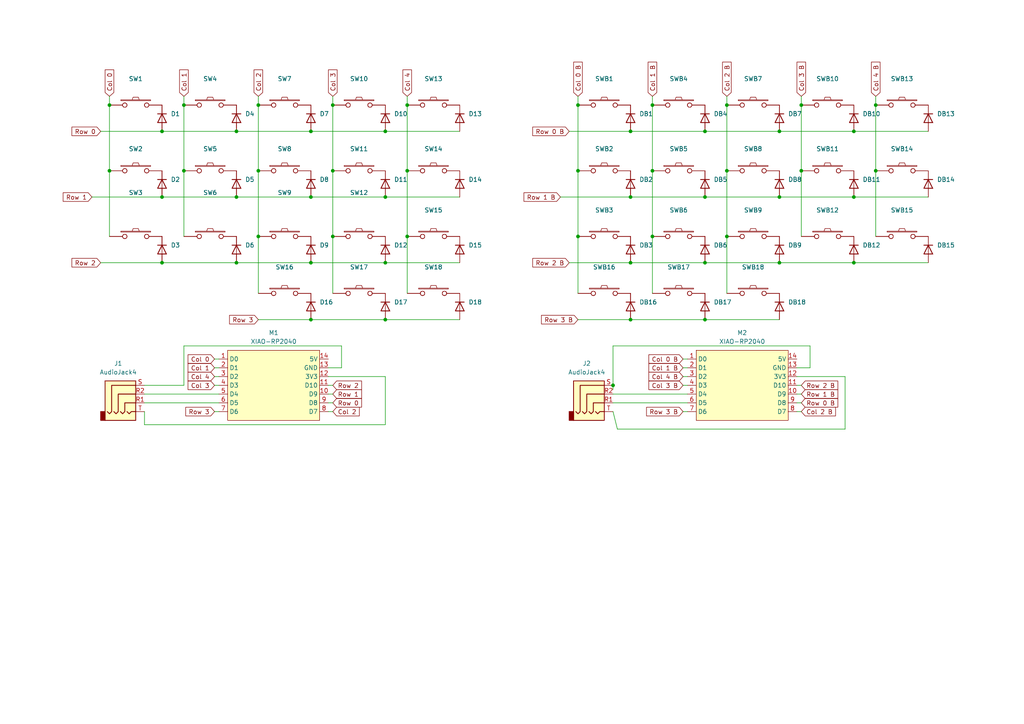
<source format=kicad_sch>
(kicad_sch (version 20211123) (generator eeschema)

  (uuid 9f72cdc6-ad29-46eb-baf4-44e1be03a086)

  (paper "A4")

  (lib_symbols
    (symbol "Connector:AudioJack4" (in_bom yes) (on_board yes)
      (property "Reference" "J" (id 0) (at 0 8.89 0)
        (effects (font (size 1.27 1.27)))
      )
      (property "Value" "AudioJack4" (id 1) (at 0 6.35 0)
        (effects (font (size 1.27 1.27)))
      )
      (property "Footprint" "" (id 2) (at 0 0 0)
        (effects (font (size 1.27 1.27)) hide)
      )
      (property "Datasheet" "~" (id 3) (at 0 0 0)
        (effects (font (size 1.27 1.27)) hide)
      )
      (property "ki_keywords" "audio jack receptacle stereo headphones TRRS connector" (id 4) (at 0 0 0)
        (effects (font (size 1.27 1.27)) hide)
      )
      (property "ki_description" "Audio Jack, 4 Poles (TRRS)" (id 5) (at 0 0 0)
        (effects (font (size 1.27 1.27)) hide)
      )
      (property "ki_fp_filters" "Jack*" (id 6) (at 0 0 0)
        (effects (font (size 1.27 1.27)) hide)
      )
      (symbol "AudioJack4_0_1"
        (rectangle (start -6.35 -5.08) (end -7.62 -7.62)
          (stroke (width 0.254) (type default) (color 0 0 0 0))
          (fill (type outline))
        )
        (polyline
          (pts
            (xy 0 -5.08)
            (xy 0.635 -5.715)
            (xy 1.27 -5.08)
            (xy 2.54 -5.08)
          )
          (stroke (width 0.254) (type default) (color 0 0 0 0))
          (fill (type none))
        )
        (polyline
          (pts
            (xy -5.715 -5.08)
            (xy -5.08 -5.715)
            (xy -4.445 -5.08)
            (xy -4.445 2.54)
            (xy 2.54 2.54)
          )
          (stroke (width 0.254) (type default) (color 0 0 0 0))
          (fill (type none))
        )
        (polyline
          (pts
            (xy -1.905 -5.08)
            (xy -1.27 -5.715)
            (xy -0.635 -5.08)
            (xy -0.635 -2.54)
            (xy 2.54 -2.54)
          )
          (stroke (width 0.254) (type default) (color 0 0 0 0))
          (fill (type none))
        )
        (polyline
          (pts
            (xy 2.54 0)
            (xy -2.54 0)
            (xy -2.54 -5.08)
            (xy -3.175 -5.715)
            (xy -3.81 -5.08)
          )
          (stroke (width 0.254) (type default) (color 0 0 0 0))
          (fill (type none))
        )
        (rectangle (start 2.54 3.81) (end -6.35 -7.62)
          (stroke (width 0.254) (type default) (color 0 0 0 0))
          (fill (type background))
        )
      )
      (symbol "AudioJack4_1_1"
        (pin passive line (at 5.08 -2.54 180) (length 2.54)
          (name "~" (effects (font (size 1.27 1.27))))
          (number "R1" (effects (font (size 1.27 1.27))))
        )
        (pin passive line (at 5.08 0 180) (length 2.54)
          (name "~" (effects (font (size 1.27 1.27))))
          (number "R2" (effects (font (size 1.27 1.27))))
        )
        (pin passive line (at 5.08 2.54 180) (length 2.54)
          (name "~" (effects (font (size 1.27 1.27))))
          (number "S" (effects (font (size 1.27 1.27))))
        )
        (pin passive line (at 5.08 -5.08 180) (length 2.54)
          (name "~" (effects (font (size 1.27 1.27))))
          (number "T" (effects (font (size 1.27 1.27))))
        )
      )
    )
    (symbol "Device:D" (pin_numbers hide) (pin_names (offset 1.016) hide) (in_bom yes) (on_board yes)
      (property "Reference" "D" (id 0) (at 0 2.54 0)
        (effects (font (size 1.27 1.27)))
      )
      (property "Value" "D" (id 1) (at 0 -2.54 0)
        (effects (font (size 1.27 1.27)))
      )
      (property "Footprint" "" (id 2) (at 0 0 0)
        (effects (font (size 1.27 1.27)) hide)
      )
      (property "Datasheet" "~" (id 3) (at 0 0 0)
        (effects (font (size 1.27 1.27)) hide)
      )
      (property "ki_keywords" "diode" (id 4) (at 0 0 0)
        (effects (font (size 1.27 1.27)) hide)
      )
      (property "ki_description" "Diode" (id 5) (at 0 0 0)
        (effects (font (size 1.27 1.27)) hide)
      )
      (property "ki_fp_filters" "TO-???* *_Diode_* *SingleDiode* D_*" (id 6) (at 0 0 0)
        (effects (font (size 1.27 1.27)) hide)
      )
      (symbol "D_0_1"
        (polyline
          (pts
            (xy -1.27 1.27)
            (xy -1.27 -1.27)
          )
          (stroke (width 0.254) (type default) (color 0 0 0 0))
          (fill (type none))
        )
        (polyline
          (pts
            (xy 1.27 0)
            (xy -1.27 0)
          )
          (stroke (width 0) (type default) (color 0 0 0 0))
          (fill (type none))
        )
        (polyline
          (pts
            (xy 1.27 1.27)
            (xy 1.27 -1.27)
            (xy -1.27 0)
            (xy 1.27 1.27)
          )
          (stroke (width 0.254) (type default) (color 0 0 0 0))
          (fill (type none))
        )
      )
      (symbol "D_1_1"
        (pin passive line (at -3.81 0 0) (length 2.54)
          (name "K" (effects (font (size 1.27 1.27))))
          (number "1" (effects (font (size 1.27 1.27))))
        )
        (pin passive line (at 3.81 0 180) (length 2.54)
          (name "A" (effects (font (size 1.27 1.27))))
          (number "2" (effects (font (size 1.27 1.27))))
        )
      )
    )
    (symbol "corne-chocolate-rescue:SW_PUSH-kbd" (pin_numbers hide) (pin_names (offset 1.016) hide) (in_bom yes) (on_board yes)
      (property "Reference" "SW" (id 0) (at 3.81 2.794 0)
        (effects (font (size 1.27 1.27)))
      )
      (property "Value" "SW_PUSH-kbd" (id 1) (at 0 -2.032 0)
        (effects (font (size 1.27 1.27)))
      )
      (property "Footprint" "" (id 2) (at 0 0 0)
        (effects (font (size 1.27 1.27)))
      )
      (property "Datasheet" "" (id 3) (at 0 0 0)
        (effects (font (size 1.27 1.27)))
      )
      (symbol "SW_PUSH-kbd_0_1"
        (rectangle (start -4.318 1.27) (end 4.318 1.524)
          (stroke (width 0) (type default) (color 0 0 0 0))
          (fill (type none))
        )
        (polyline
          (pts
            (xy -1.016 1.524)
            (xy -0.762 2.286)
            (xy 0.762 2.286)
            (xy 1.016 1.524)
          )
          (stroke (width 0) (type default) (color 0 0 0 0))
          (fill (type none))
        )
        (pin passive inverted (at -7.62 0 0) (length 5.08)
          (name "1" (effects (font (size 1.27 1.27))))
          (number "1" (effects (font (size 1.27 1.27))))
        )
        (pin passive inverted (at 7.62 0 180) (length 5.08)
          (name "2" (effects (font (size 1.27 1.27))))
          (number "2" (effects (font (size 1.27 1.27))))
        )
      )
    )
    (symbol "xiao-rp2040:XIAO-RP2040" (in_bom yes) (on_board yes)
      (property "Reference" "M" (id 0) (at 0 0 0)
        (effects (font (size 1.27 1.27)))
      )
      (property "Value" "XIAO-RP2040" (id 1) (at 0 2.54 0)
        (effects (font (size 1.27 1.27)))
      )
      (property "Footprint" "" (id 2) (at 0 0 0)
        (effects (font (size 1.27 1.27)) hide)
      )
      (property "Datasheet" "" (id 3) (at 0 0 0)
        (effects (font (size 1.27 1.27)) hide)
      )
      (symbol "XIAO-RP2040_0_1"
        (rectangle (start -12.7 10.16) (end 13.97 -10.16)
          (stroke (width 0) (type default) (color 0 0 0 0))
          (fill (type background))
        )
      )
      (symbol "XIAO-RP2040_1_1"
        (pin bidirectional line (at -15.24 7.62 0) (length 2.54)
          (name "D0" (effects (font (size 1.27 1.27))))
          (number "1" (effects (font (size 1.27 1.27))))
        )
        (pin bidirectional line (at 16.51 -2.54 180) (length 2.54)
          (name "D9" (effects (font (size 1.27 1.27))))
          (number "10" (effects (font (size 1.27 1.27))))
        )
        (pin bidirectional line (at 16.51 0 180) (length 2.54)
          (name "D10" (effects (font (size 1.27 1.27))))
          (number "11" (effects (font (size 1.27 1.27))))
        )
        (pin power_in line (at 16.51 2.54 180) (length 2.54)
          (name "3V3" (effects (font (size 1.27 1.27))))
          (number "12" (effects (font (size 1.27 1.27))))
        )
        (pin power_in line (at 16.51 5.08 180) (length 2.54)
          (name "GND" (effects (font (size 1.27 1.27))))
          (number "13" (effects (font (size 1.27 1.27))))
        )
        (pin power_in line (at 16.51 7.62 180) (length 2.54)
          (name "5V" (effects (font (size 1.27 1.27))))
          (number "14" (effects (font (size 1.27 1.27))))
        )
        (pin bidirectional line (at -15.24 5.08 0) (length 2.54)
          (name "D1" (effects (font (size 1.27 1.27))))
          (number "2" (effects (font (size 1.27 1.27))))
        )
        (pin bidirectional line (at -15.24 2.54 0) (length 2.54)
          (name "D2" (effects (font (size 1.27 1.27))))
          (number "3" (effects (font (size 1.27 1.27))))
        )
        (pin bidirectional line (at -15.24 0 0) (length 2.54)
          (name "D3" (effects (font (size 1.27 1.27))))
          (number "4" (effects (font (size 1.27 1.27))))
        )
        (pin bidirectional line (at -15.24 -2.54 0) (length 2.54)
          (name "D4" (effects (font (size 1.27 1.27))))
          (number "5" (effects (font (size 1.27 1.27))))
        )
        (pin bidirectional line (at -15.24 -5.08 0) (length 2.54)
          (name "D5" (effects (font (size 1.27 1.27))))
          (number "6" (effects (font (size 1.27 1.27))))
        )
        (pin bidirectional line (at -15.24 -7.62 0) (length 2.54)
          (name "D6" (effects (font (size 1.27 1.27))))
          (number "7" (effects (font (size 1.27 1.27))))
        )
        (pin bidirectional line (at 16.51 -7.62 180) (length 2.54)
          (name "D7" (effects (font (size 1.27 1.27))))
          (number "8" (effects (font (size 1.27 1.27))))
        )
        (pin bidirectional line (at 16.51 -5.08 180) (length 2.54)
          (name "D8" (effects (font (size 1.27 1.27))))
          (number "9" (effects (font (size 1.27 1.27))))
        )
      )
    )
  )

  (junction (at 118.11 30.48) (diameter 0) (color 0 0 0 0)
    (uuid 041a9ab3-5404-418f-b398-ee7fe685235b)
  )
  (junction (at 96.52 68.58) (diameter 0) (color 0 0 0 0)
    (uuid 0b509a1d-27e7-46bb-9ef7-3f74424af21b)
  )
  (junction (at 53.34 49.53) (diameter 0) (color 0 0 0 0)
    (uuid 0b5b0bbf-ee9f-4dea-a18b-41614889a910)
  )
  (junction (at 46.99 57.15) (diameter 0) (color 0 0 0 0)
    (uuid 139bb936-873b-4fa4-8042-0e6604147bd2)
  )
  (junction (at 167.64 30.48) (diameter 0) (color 0 0 0 0)
    (uuid 14ef4ad8-3292-4ae4-ad9c-a3bbebfea4ab)
  )
  (junction (at 31.75 49.53) (diameter 0) (color 0 0 0 0)
    (uuid 16dff33e-efcb-4df8-bc4b-b1a26992a06e)
  )
  (junction (at 189.23 49.53) (diameter 0) (color 0 0 0 0)
    (uuid 1b2ec11d-210a-4800-be3c-2b4354ae1277)
  )
  (junction (at 247.65 38.1) (diameter 0) (color 0 0 0 0)
    (uuid 1e208dfa-0050-4607-b690-ff1bf7d259da)
  )
  (junction (at 111.76 76.2) (diameter 0) (color 0 0 0 0)
    (uuid 23eec235-11b1-43da-8b7c-f1d1e65bc8f2)
  )
  (junction (at 247.65 57.15) (diameter 0) (color 0 0 0 0)
    (uuid 24eb505b-8e15-420a-837d-df4ebd076c76)
  )
  (junction (at 226.06 57.15) (diameter 0) (color 0 0 0 0)
    (uuid 29a60ea9-bf45-46ba-9aca-9d70807ffb5f)
  )
  (junction (at 177.8 111.76) (diameter 0) (color 0 0 0 0)
    (uuid 2edde1da-a7de-4c40-b8c6-307fbce9a313)
  )
  (junction (at 254 49.53) (diameter 0) (color 0 0 0 0)
    (uuid 313afcb3-7089-43fc-ac9f-e2afbebf0c15)
  )
  (junction (at 232.41 30.48) (diameter 0) (color 0 0 0 0)
    (uuid 3862683a-81b2-4f96-96e3-2c0d7dfb4fd4)
  )
  (junction (at 226.06 38.1) (diameter 0) (color 0 0 0 0)
    (uuid 39cc32ed-378c-4d62-8101-df021efc5d92)
  )
  (junction (at 167.64 49.53) (diameter 0) (color 0 0 0 0)
    (uuid 3cb1c70f-cc4d-41db-8186-b27214c8eb52)
  )
  (junction (at 182.88 92.71) (diameter 0) (color 0 0 0 0)
    (uuid 3f2c4c68-acd7-471c-9b92-ae6a84879790)
  )
  (junction (at 90.17 57.15) (diameter 0) (color 0 0 0 0)
    (uuid 44fbe3be-d15e-4b82-9463-28efc07a1438)
  )
  (junction (at 210.82 49.53) (diameter 0) (color 0 0 0 0)
    (uuid 47ddef0c-bcc1-43b3-b7a3-1bf333278010)
  )
  (junction (at 210.82 68.58) (diameter 0) (color 0 0 0 0)
    (uuid 4abf0c89-b3a7-42e3-86bd-5b6364e001ae)
  )
  (junction (at 68.58 38.1) (diameter 0) (color 0 0 0 0)
    (uuid 505c3a74-1a97-4a9b-afb7-d76d71ff2de7)
  )
  (junction (at 167.64 68.58) (diameter 0) (color 0 0 0 0)
    (uuid 54bae7d9-2858-402a-9e2c-3b35fb534a6c)
  )
  (junction (at 96.52 30.48) (diameter 0) (color 0 0 0 0)
    (uuid 554925b0-b8a3-4ec5-92c6-74188db3e9e9)
  )
  (junction (at 74.93 30.48) (diameter 0) (color 0 0 0 0)
    (uuid 556f71c1-dde1-4ab7-8fd9-f31155b0b5ed)
  )
  (junction (at 226.06 76.2) (diameter 0) (color 0 0 0 0)
    (uuid 5b913f98-ccda-4d34-8e28-e8b4ed2fccdc)
  )
  (junction (at 68.58 76.2) (diameter 0) (color 0 0 0 0)
    (uuid 63c0036c-5d86-4043-a875-1131adc44a45)
  )
  (junction (at 53.34 30.48) (diameter 0) (color 0 0 0 0)
    (uuid 64d8cf05-39cb-4a69-9ef8-81cf228e19ce)
  )
  (junction (at 111.76 38.1) (diameter 0) (color 0 0 0 0)
    (uuid 68b576db-4bc7-4501-a250-74b5ae5bc955)
  )
  (junction (at 90.17 92.71) (diameter 0) (color 0 0 0 0)
    (uuid 6dd25c81-ef3c-4db2-8da1-421d8d5005ea)
  )
  (junction (at 46.99 76.2) (diameter 0) (color 0 0 0 0)
    (uuid 83223d7a-76d7-40a6-875c-8606023c6005)
  )
  (junction (at 68.58 57.15) (diameter 0) (color 0 0 0 0)
    (uuid 83aaf0ad-da70-4e52-8239-c688d242c152)
  )
  (junction (at 210.82 30.48) (diameter 0) (color 0 0 0 0)
    (uuid 872c8817-700f-4433-b3b4-55e1f91d4e90)
  )
  (junction (at 232.41 49.53) (diameter 0) (color 0 0 0 0)
    (uuid 89aff8ef-c168-4f6c-b1bd-bac90c7a0190)
  )
  (junction (at 96.52 49.53) (diameter 0) (color 0 0 0 0)
    (uuid 8b1b362b-f095-48fe-8cf9-5107f4a2937b)
  )
  (junction (at 46.99 38.1) (diameter 0) (color 0 0 0 0)
    (uuid 9100defb-77dc-4420-91ac-5de1ed535245)
  )
  (junction (at 182.88 57.15) (diameter 0) (color 0 0 0 0)
    (uuid 91db5ece-e11c-4bc7-951d-07832750db8e)
  )
  (junction (at 90.17 38.1) (diameter 0) (color 0 0 0 0)
    (uuid 937351e1-0776-416d-b3f5-a6dad70bb52b)
  )
  (junction (at 111.76 92.71) (diameter 0) (color 0 0 0 0)
    (uuid a371f1b3-c9e6-4237-b785-1f2195cddd82)
  )
  (junction (at 247.65 76.2) (diameter 0) (color 0 0 0 0)
    (uuid a87b9172-95cb-4ad0-b5a8-e7ae09a4d0ff)
  )
  (junction (at 74.93 68.58) (diameter 0) (color 0 0 0 0)
    (uuid b618d938-b5fe-4b73-aa56-7a4201d8fa0c)
  )
  (junction (at 111.76 57.15) (diameter 0) (color 0 0 0 0)
    (uuid b68bd708-1d01-4987-8aa6-54bfd7eeb9b8)
  )
  (junction (at 204.47 76.2) (diameter 0) (color 0 0 0 0)
    (uuid bf1e7c67-c726-4f68-93eb-99c6d67c73ee)
  )
  (junction (at 74.93 49.53) (diameter 0) (color 0 0 0 0)
    (uuid c53ad7a2-c61c-4814-b8cb-c33a0778fc70)
  )
  (junction (at 182.88 38.1) (diameter 0) (color 0 0 0 0)
    (uuid d59893b9-1826-42f4-bb9e-5259e3208cb5)
  )
  (junction (at 31.75 30.48) (diameter 0) (color 0 0 0 0)
    (uuid d609c5c6-52d2-4b20-9502-11841c6b1326)
  )
  (junction (at 189.23 68.58) (diameter 0) (color 0 0 0 0)
    (uuid d7a44c4b-3658-4b23-bacb-c72129e2c644)
  )
  (junction (at 204.47 38.1) (diameter 0) (color 0 0 0 0)
    (uuid db44c896-5834-4520-98ca-9e5674b137e5)
  )
  (junction (at 189.23 30.48) (diameter 0) (color 0 0 0 0)
    (uuid e1957264-9084-42a1-9d96-60afeff5ef29)
  )
  (junction (at 254 30.48) (diameter 0) (color 0 0 0 0)
    (uuid ec807048-9dcb-4d4f-9570-59a81b5d335a)
  )
  (junction (at 118.11 49.53) (diameter 0) (color 0 0 0 0)
    (uuid f0b6e757-e8c1-413a-8161-a67ebec7e67a)
  )
  (junction (at 204.47 92.71) (diameter 0) (color 0 0 0 0)
    (uuid f42585f1-2cbb-4d9a-9528-06928a7f3c72)
  )
  (junction (at 90.17 76.2) (diameter 0) (color 0 0 0 0)
    (uuid f5399a0a-6601-404d-8f17-bd901318f82d)
  )
  (junction (at 118.11 68.58) (diameter 0) (color 0 0 0 0)
    (uuid f603664a-f405-4c90-85e3-11498610fa3f)
  )
  (junction (at 182.88 76.2) (diameter 0) (color 0 0 0 0)
    (uuid fc4e78ca-c39d-45c0-ab00-6e3fc8d2113e)
  )
  (junction (at 204.47 57.15) (diameter 0) (color 0 0 0 0)
    (uuid fd48406b-dae6-4979-97fe-9ea9c3c7014d)
  )

  (wire (pts (xy 111.76 92.71) (xy 133.35 92.71))
    (stroke (width 0) (type default) (color 0 0 0 0))
    (uuid 06b16784-a283-4bf3-8778-35ad2fdb12c2)
  )
  (wire (pts (xy 111.76 38.1) (xy 133.35 38.1))
    (stroke (width 0) (type default) (color 0 0 0 0))
    (uuid 081b15f2-bf25-46ea-81f7-166e52b972bf)
  )
  (wire (pts (xy 111.76 57.15) (xy 133.35 57.15))
    (stroke (width 0) (type default) (color 0 0 0 0))
    (uuid 09ebdffb-fe77-4fd6-9877-5514d0d208ae)
  )
  (wire (pts (xy 111.76 76.2) (xy 133.35 76.2))
    (stroke (width 0) (type default) (color 0 0 0 0))
    (uuid 0b1c213f-82a5-469f-bd27-74f216491776)
  )
  (wire (pts (xy 118.11 68.58) (xy 118.11 85.09))
    (stroke (width 0) (type default) (color 0 0 0 0))
    (uuid 0d451e12-8f70-4d7a-a6b0-8bc5c360de61)
  )
  (wire (pts (xy 182.88 38.1) (xy 204.47 38.1))
    (stroke (width 0) (type default) (color 0 0 0 0))
    (uuid 0e64fb64-f4a2-44cb-976b-19e7d697fe58)
  )
  (wire (pts (xy 226.06 76.2) (xy 247.65 76.2))
    (stroke (width 0) (type default) (color 0 0 0 0))
    (uuid 0f960cee-2d04-49c6-802b-f4a80f9ea55a)
  )
  (wire (pts (xy 90.17 76.2) (xy 111.76 76.2))
    (stroke (width 0) (type default) (color 0 0 0 0))
    (uuid 12d1ab4b-f23c-4dbc-bfb7-7e6212daaa90)
  )
  (wire (pts (xy 210.82 30.48) (xy 210.82 49.53))
    (stroke (width 0) (type default) (color 0 0 0 0))
    (uuid 12e40aa1-12b1-415b-8202-d597f8fe2230)
  )
  (wire (pts (xy 62.23 119.38) (xy 63.5 119.38))
    (stroke (width 0) (type default) (color 0 0 0 0))
    (uuid 1511b7d4-bec5-4292-a33d-d593f41628ba)
  )
  (wire (pts (xy 245.11 124.46) (xy 245.11 109.22))
    (stroke (width 0) (type default) (color 0 0 0 0))
    (uuid 17b09379-fe2f-4973-a11f-9efda95f0f32)
  )
  (wire (pts (xy 234.95 100.33) (xy 234.95 106.68))
    (stroke (width 0) (type default) (color 0 0 0 0))
    (uuid 1f7f6f4c-a857-4bc6-bc10-0b9280d38e62)
  )
  (wire (pts (xy 68.58 38.1) (xy 90.17 38.1))
    (stroke (width 0) (type default) (color 0 0 0 0))
    (uuid 22fad308-4dee-4a49-a171-d8bbdc5c8458)
  )
  (wire (pts (xy 74.93 68.58) (xy 74.93 85.09))
    (stroke (width 0) (type default) (color 0 0 0 0))
    (uuid 241e8491-98fc-4641-927a-c3d0ff9d833a)
  )
  (wire (pts (xy 90.17 57.15) (xy 111.76 57.15))
    (stroke (width 0) (type default) (color 0 0 0 0))
    (uuid 28a68d77-c3ca-4295-96d8-c8c06f11ecf2)
  )
  (wire (pts (xy 247.65 38.1) (xy 269.24 38.1))
    (stroke (width 0) (type default) (color 0 0 0 0))
    (uuid 2a06cdd9-87c2-483a-9265-28847d56cdc7)
  )
  (wire (pts (xy 254 49.53) (xy 254 68.58))
    (stroke (width 0) (type default) (color 0 0 0 0))
    (uuid 2ad68024-e82b-46d6-9286-61704c9c88a6)
  )
  (wire (pts (xy 96.52 119.38) (xy 95.25 119.38))
    (stroke (width 0) (type default) (color 0 0 0 0))
    (uuid 2bfabd57-ba9c-47de-b88f-77e5a633699a)
  )
  (wire (pts (xy 53.34 100.33) (xy 99.06 100.33))
    (stroke (width 0) (type default) (color 0 0 0 0))
    (uuid 2fb085b6-5586-4683-b7d7-800eb43162ab)
  )
  (wire (pts (xy 210.82 27.94) (xy 210.82 30.48))
    (stroke (width 0) (type default) (color 0 0 0 0))
    (uuid 3154ab9b-b9da-4d3b-90c3-3b420c62179f)
  )
  (wire (pts (xy 74.93 30.48) (xy 74.93 49.53))
    (stroke (width 0) (type default) (color 0 0 0 0))
    (uuid 31dd5585-71af-4e64-bc1f-ad293d5aad82)
  )
  (wire (pts (xy 167.64 27.94) (xy 167.64 30.48))
    (stroke (width 0) (type default) (color 0 0 0 0))
    (uuid 332d6c03-fa96-4165-95a8-62e455a8d54c)
  )
  (wire (pts (xy 31.75 27.94) (xy 31.75 30.48))
    (stroke (width 0) (type default) (color 0 0 0 0))
    (uuid 34678185-4be2-453b-bbf4-bf4b6f99c871)
  )
  (wire (pts (xy 232.41 119.38) (xy 231.14 119.38))
    (stroke (width 0) (type default) (color 0 0 0 0))
    (uuid 355a1e51-36c1-4ddc-a101-1ff45acc2b7d)
  )
  (wire (pts (xy 96.52 49.53) (xy 96.52 68.58))
    (stroke (width 0) (type default) (color 0 0 0 0))
    (uuid 35a9b112-4257-42a7-854d-659530a69d4f)
  )
  (wire (pts (xy 167.64 68.58) (xy 167.64 85.09))
    (stroke (width 0) (type default) (color 0 0 0 0))
    (uuid 3b837b8f-0445-4116-987d-5c06f9f0408f)
  )
  (wire (pts (xy 96.52 27.94) (xy 96.52 30.48))
    (stroke (width 0) (type default) (color 0 0 0 0))
    (uuid 41e8b1aa-5d3f-41a8-9e8a-367965448481)
  )
  (wire (pts (xy 96.52 114.3) (xy 95.25 114.3))
    (stroke (width 0) (type default) (color 0 0 0 0))
    (uuid 44cf1a28-c224-4914-98d4-cf9a622ce58c)
  )
  (wire (pts (xy 53.34 30.48) (xy 53.34 49.53))
    (stroke (width 0) (type default) (color 0 0 0 0))
    (uuid 4600cccc-5e42-45f3-9234-017e554ca916)
  )
  (wire (pts (xy 62.23 109.22) (xy 63.5 109.22))
    (stroke (width 0) (type default) (color 0 0 0 0))
    (uuid 494eba23-165e-4272-b6a8-cd132b7ac80d)
  )
  (wire (pts (xy 182.88 92.71) (xy 204.47 92.71))
    (stroke (width 0) (type default) (color 0 0 0 0))
    (uuid 4c3e780b-52f4-4db0-8550-2d265dcade9d)
  )
  (wire (pts (xy 177.8 119.38) (xy 179.07 124.46))
    (stroke (width 0) (type default) (color 0 0 0 0))
    (uuid 4cd2d86c-3279-4143-9900-388fa9dea298)
  )
  (wire (pts (xy 245.11 109.22) (xy 231.14 109.22))
    (stroke (width 0) (type default) (color 0 0 0 0))
    (uuid 5286852f-9536-497c-b074-e02b603f5948)
  )
  (wire (pts (xy 29.21 38.1) (xy 46.99 38.1))
    (stroke (width 0) (type default) (color 0 0 0 0))
    (uuid 54a17b59-f254-4a40-80ca-6c45045daf05)
  )
  (wire (pts (xy 99.06 100.33) (xy 99.06 106.68))
    (stroke (width 0) (type default) (color 0 0 0 0))
    (uuid 571b905d-bc84-42f8-a796-872ee4ca5af3)
  )
  (wire (pts (xy 118.11 30.48) (xy 118.11 49.53))
    (stroke (width 0) (type default) (color 0 0 0 0))
    (uuid 5b1b3ec2-7f60-4e72-bbbc-cfe5aacfb745)
  )
  (wire (pts (xy 177.8 116.84) (xy 199.39 116.84))
    (stroke (width 0) (type default) (color 0 0 0 0))
    (uuid 5b51c308-edb5-4004-9258-5fb2f923821b)
  )
  (wire (pts (xy 41.91 119.38) (xy 41.91 123.19))
    (stroke (width 0) (type default) (color 0 0 0 0))
    (uuid 5fc28be9-5e40-4de1-ab4e-e0e13fbffa55)
  )
  (wire (pts (xy 247.65 57.15) (xy 269.24 57.15))
    (stroke (width 0) (type default) (color 0 0 0 0))
    (uuid 5fe4a91f-8590-4e63-b90e-ef021c2e1ae4)
  )
  (wire (pts (xy 74.93 92.71) (xy 90.17 92.71))
    (stroke (width 0) (type default) (color 0 0 0 0))
    (uuid 60b88851-5d32-476b-a047-70d987162098)
  )
  (wire (pts (xy 167.64 30.48) (xy 167.64 49.53))
    (stroke (width 0) (type default) (color 0 0 0 0))
    (uuid 62f6736e-2d4a-4c4c-9bba-1bd4d00a4763)
  )
  (wire (pts (xy 111.76 123.19) (xy 111.76 109.22))
    (stroke (width 0) (type default) (color 0 0 0 0))
    (uuid 6859befc-2604-4ab8-90b8-c29b53fceb24)
  )
  (wire (pts (xy 46.99 76.2) (xy 68.58 76.2))
    (stroke (width 0) (type default) (color 0 0 0 0))
    (uuid 69a760a1-ef98-4a33-894d-9a217c257d08)
  )
  (wire (pts (xy 232.41 114.3) (xy 231.14 114.3))
    (stroke (width 0) (type default) (color 0 0 0 0))
    (uuid 6a425281-af91-402f-8f8e-ed87b14ca8ad)
  )
  (wire (pts (xy 53.34 49.53) (xy 53.34 68.58))
    (stroke (width 0) (type default) (color 0 0 0 0))
    (uuid 6b5e4f2a-88fd-4262-8158-159d3ac3aa96)
  )
  (wire (pts (xy 46.99 38.1) (xy 68.58 38.1))
    (stroke (width 0) (type default) (color 0 0 0 0))
    (uuid 6b7b30cd-75df-4162-a243-b03f8949b1c5)
  )
  (wire (pts (xy 90.17 92.71) (xy 111.76 92.71))
    (stroke (width 0) (type default) (color 0 0 0 0))
    (uuid 6cbff0ab-e7a9-4e0f-9349-daa09c8c4946)
  )
  (wire (pts (xy 177.8 111.76) (xy 177.8 113.03))
    (stroke (width 0) (type default) (color 0 0 0 0))
    (uuid 6cdadea6-4895-4244-9c2b-dcfa47c43c82)
  )
  (wire (pts (xy 198.12 106.68) (xy 199.39 106.68))
    (stroke (width 0) (type default) (color 0 0 0 0))
    (uuid 6d65074b-a2fa-4fc6-b33a-5d545ef0c1fb)
  )
  (wire (pts (xy 62.23 106.68) (xy 63.5 106.68))
    (stroke (width 0) (type default) (color 0 0 0 0))
    (uuid 6edb1c43-97a5-4fef-bb5c-ae9a25d56b71)
  )
  (wire (pts (xy 232.41 27.94) (xy 232.41 30.48))
    (stroke (width 0) (type default) (color 0 0 0 0))
    (uuid 6f21e899-5cbd-4cef-935b-e2548d95734f)
  )
  (wire (pts (xy 189.23 68.58) (xy 189.23 85.09))
    (stroke (width 0) (type default) (color 0 0 0 0))
    (uuid 73903409-35b5-4664-a1ed-ccba58968447)
  )
  (wire (pts (xy 46.99 57.15) (xy 68.58 57.15))
    (stroke (width 0) (type default) (color 0 0 0 0))
    (uuid 7454e972-4b79-453a-94c7-478a1e12de08)
  )
  (wire (pts (xy 198.12 109.22) (xy 199.39 109.22))
    (stroke (width 0) (type default) (color 0 0 0 0))
    (uuid 7488075b-a827-4a68-a8a7-99d705bdab8c)
  )
  (wire (pts (xy 232.41 49.53) (xy 232.41 68.58))
    (stroke (width 0) (type default) (color 0 0 0 0))
    (uuid 7929508d-d7cc-44ce-a7be-6f9f71442e3b)
  )
  (wire (pts (xy 96.52 30.48) (xy 96.52 49.53))
    (stroke (width 0) (type default) (color 0 0 0 0))
    (uuid 7be545a3-3571-4d57-ab11-34694e9a4806)
  )
  (wire (pts (xy 234.95 106.68) (xy 231.14 106.68))
    (stroke (width 0) (type default) (color 0 0 0 0))
    (uuid 80bb25b6-bc23-46e1-884b-9a23595a7d11)
  )
  (wire (pts (xy 162.56 57.15) (xy 182.88 57.15))
    (stroke (width 0) (type default) (color 0 0 0 0))
    (uuid 8217f926-a8b9-46a4-9aef-e7665a390afb)
  )
  (wire (pts (xy 68.58 57.15) (xy 90.17 57.15))
    (stroke (width 0) (type default) (color 0 0 0 0))
    (uuid 833c149e-6e7f-4bba-8ea5-9c0a971e1f7d)
  )
  (wire (pts (xy 204.47 57.15) (xy 226.06 57.15))
    (stroke (width 0) (type default) (color 0 0 0 0))
    (uuid 8494d55a-cb2d-46af-bb95-745e20bcd0cf)
  )
  (wire (pts (xy 204.47 38.1) (xy 226.06 38.1))
    (stroke (width 0) (type default) (color 0 0 0 0))
    (uuid 878a178b-bda9-4a5b-932e-89cf200013fe)
  )
  (wire (pts (xy 210.82 49.53) (xy 210.82 68.58))
    (stroke (width 0) (type default) (color 0 0 0 0))
    (uuid 8b639d77-ca5e-4206-a135-e9fb67cf2c69)
  )
  (wire (pts (xy 189.23 30.48) (xy 189.23 49.53))
    (stroke (width 0) (type default) (color 0 0 0 0))
    (uuid 8ce694a6-5122-4905-8545-c4f4ee088e0e)
  )
  (wire (pts (xy 111.76 109.22) (xy 95.25 109.22))
    (stroke (width 0) (type default) (color 0 0 0 0))
    (uuid 8f2b8648-e7b6-488f-ace9-3cdba604af9e)
  )
  (wire (pts (xy 232.41 30.48) (xy 232.41 49.53))
    (stroke (width 0) (type default) (color 0 0 0 0))
    (uuid 8fd8a110-f836-4b35-91f0-60ff16145148)
  )
  (wire (pts (xy 254 27.94) (xy 254 30.48))
    (stroke (width 0) (type default) (color 0 0 0 0))
    (uuid 9054243a-c46f-4345-a784-e6e85f2f9bdb)
  )
  (wire (pts (xy 96.52 111.76) (xy 95.25 111.76))
    (stroke (width 0) (type default) (color 0 0 0 0))
    (uuid 92ba4654-56de-4db0-a31d-8c13cbe54380)
  )
  (wire (pts (xy 189.23 49.53) (xy 189.23 68.58))
    (stroke (width 0) (type default) (color 0 0 0 0))
    (uuid 942fd9ed-9aab-40fc-8ce0-cbb5430d5073)
  )
  (wire (pts (xy 41.91 111.76) (xy 53.34 111.76))
    (stroke (width 0) (type default) (color 0 0 0 0))
    (uuid 9671ca8b-a687-4fe3-9bbc-3241c1332668)
  )
  (wire (pts (xy 198.12 104.14) (xy 199.39 104.14))
    (stroke (width 0) (type default) (color 0 0 0 0))
    (uuid 99db9d3f-904e-4d48-bc98-590fe45c93aa)
  )
  (wire (pts (xy 99.06 106.68) (xy 95.25 106.68))
    (stroke (width 0) (type default) (color 0 0 0 0))
    (uuid 9a781c52-f58e-443c-a1a2-7c7fac4de972)
  )
  (wire (pts (xy 177.8 100.33) (xy 177.8 111.76))
    (stroke (width 0) (type default) (color 0 0 0 0))
    (uuid a2a744e0-b73d-40b4-817e-f066451ef9a1)
  )
  (wire (pts (xy 226.06 38.1) (xy 247.65 38.1))
    (stroke (width 0) (type default) (color 0 0 0 0))
    (uuid a3b8edf4-cb54-43ac-a863-0114426f1b03)
  )
  (wire (pts (xy 31.75 49.53) (xy 31.75 68.58))
    (stroke (width 0) (type default) (color 0 0 0 0))
    (uuid a4a65635-57f4-46b3-b42d-4a8742a33590)
  )
  (wire (pts (xy 26.67 57.15) (xy 46.99 57.15))
    (stroke (width 0) (type default) (color 0 0 0 0))
    (uuid a69a84b6-d5f8-44f3-bdf4-0f929096d3b1)
  )
  (wire (pts (xy 165.1 38.1) (xy 182.88 38.1))
    (stroke (width 0) (type default) (color 0 0 0 0))
    (uuid aaa0f7aa-ab93-4eb6-bb5a-5c4e69e86c30)
  )
  (wire (pts (xy 62.23 104.14) (xy 63.5 104.14))
    (stroke (width 0) (type default) (color 0 0 0 0))
    (uuid ab00d2d7-97f7-4452-81c4-85ce3363aed3)
  )
  (wire (pts (xy 198.12 111.76) (xy 199.39 111.76))
    (stroke (width 0) (type default) (color 0 0 0 0))
    (uuid ab202c22-0c30-4fc1-ac86-26bfde778958)
  )
  (wire (pts (xy 247.65 76.2) (xy 269.24 76.2))
    (stroke (width 0) (type default) (color 0 0 0 0))
    (uuid acc50b11-f326-492e-9536-99e8e747b425)
  )
  (wire (pts (xy 165.1 76.2) (xy 182.88 76.2))
    (stroke (width 0) (type default) (color 0 0 0 0))
    (uuid b2dad49c-f00b-4e70-a083-79f70f86b850)
  )
  (wire (pts (xy 41.91 116.84) (xy 63.5 116.84))
    (stroke (width 0) (type default) (color 0 0 0 0))
    (uuid b368a661-3cbf-4ade-bb1f-c7c8d4377440)
  )
  (wire (pts (xy 182.88 57.15) (xy 204.47 57.15))
    (stroke (width 0) (type default) (color 0 0 0 0))
    (uuid b5152966-fda6-49ef-9335-ebd1dc8d1312)
  )
  (wire (pts (xy 74.93 27.94) (xy 74.93 30.48))
    (stroke (width 0) (type default) (color 0 0 0 0))
    (uuid bc245ab9-26c6-4866-94f2-c2d282840bd7)
  )
  (wire (pts (xy 118.11 27.94) (xy 118.11 30.48))
    (stroke (width 0) (type default) (color 0 0 0 0))
    (uuid bc9aaa92-ded6-4845-8f19-9e0e00acea15)
  )
  (wire (pts (xy 232.41 116.84) (xy 231.14 116.84))
    (stroke (width 0) (type default) (color 0 0 0 0))
    (uuid c185374f-d007-4a7b-9f48-c182a87dd869)
  )
  (wire (pts (xy 182.88 76.2) (xy 204.47 76.2))
    (stroke (width 0) (type default) (color 0 0 0 0))
    (uuid c3376546-6057-4dc7-a912-fd8c66ef0114)
  )
  (wire (pts (xy 31.75 30.48) (xy 31.75 49.53))
    (stroke (width 0) (type default) (color 0 0 0 0))
    (uuid c541f520-21cb-424d-a27c-cfa895a6d926)
  )
  (wire (pts (xy 226.06 57.15) (xy 247.65 57.15))
    (stroke (width 0) (type default) (color 0 0 0 0))
    (uuid c72ab14c-eaeb-42c9-a16e-08b8c2136c95)
  )
  (wire (pts (xy 177.8 114.3) (xy 199.39 114.3))
    (stroke (width 0) (type default) (color 0 0 0 0))
    (uuid c79dd837-87bd-4667-87ff-20ffeca3f8c7)
  )
  (wire (pts (xy 167.64 49.53) (xy 167.64 68.58))
    (stroke (width 0) (type default) (color 0 0 0 0))
    (uuid c8338571-58c1-48d8-b87d-8a84d6e5e7e9)
  )
  (wire (pts (xy 41.91 123.19) (xy 111.76 123.19))
    (stroke (width 0) (type default) (color 0 0 0 0))
    (uuid c84d8408-44af-41c2-8833-c8b9e430494a)
  )
  (wire (pts (xy 177.8 100.33) (xy 234.95 100.33))
    (stroke (width 0) (type default) (color 0 0 0 0))
    (uuid cba172ed-587d-40e7-a28a-470605ce2d37)
  )
  (wire (pts (xy 198.12 119.38) (xy 199.39 119.38))
    (stroke (width 0) (type default) (color 0 0 0 0))
    (uuid cc45e691-72e7-41c2-8b94-a195aeca7a5c)
  )
  (wire (pts (xy 204.47 76.2) (xy 226.06 76.2))
    (stroke (width 0) (type default) (color 0 0 0 0))
    (uuid ceea07a6-48c3-4813-bdac-d1e9c75eb1b7)
  )
  (wire (pts (xy 167.64 92.71) (xy 182.88 92.71))
    (stroke (width 0) (type default) (color 0 0 0 0))
    (uuid d0f35b34-23bf-4253-a36e-2cdb2652cd5f)
  )
  (wire (pts (xy 41.91 114.3) (xy 63.5 114.3))
    (stroke (width 0) (type default) (color 0 0 0 0))
    (uuid d7b4700b-269f-4b59-87ec-822e28a81ad1)
  )
  (wire (pts (xy 29.21 76.2) (xy 46.99 76.2))
    (stroke (width 0) (type default) (color 0 0 0 0))
    (uuid d896c2e6-f3eb-444c-9664-67ca28df71ff)
  )
  (wire (pts (xy 53.34 100.33) (xy 53.34 111.76))
    (stroke (width 0) (type default) (color 0 0 0 0))
    (uuid d8dbf1ba-bb79-4711-a914-0d832336927f)
  )
  (wire (pts (xy 210.82 68.58) (xy 210.82 85.09))
    (stroke (width 0) (type default) (color 0 0 0 0))
    (uuid dc02e2ae-a73c-47a2-b987-15efdfef7a12)
  )
  (wire (pts (xy 96.52 116.84) (xy 95.25 116.84))
    (stroke (width 0) (type default) (color 0 0 0 0))
    (uuid e383e29b-f4b1-4db2-9414-e768834e5d0d)
  )
  (wire (pts (xy 204.47 92.71) (xy 226.06 92.71))
    (stroke (width 0) (type default) (color 0 0 0 0))
    (uuid e383f2a1-d8fa-4230-9355-f4429972b03b)
  )
  (wire (pts (xy 118.11 49.53) (xy 118.11 68.58))
    (stroke (width 0) (type default) (color 0 0 0 0))
    (uuid e90cd3b3-8055-4918-9a7e-c5baad4b14e8)
  )
  (wire (pts (xy 74.93 49.53) (xy 74.93 68.58))
    (stroke (width 0) (type default) (color 0 0 0 0))
    (uuid ead85633-3fd8-45dc-a648-a2ec6913b1f6)
  )
  (wire (pts (xy 53.34 27.94) (xy 53.34 30.48))
    (stroke (width 0) (type default) (color 0 0 0 0))
    (uuid ecbfa5e8-2410-4f9a-afa5-d0e9681c731b)
  )
  (wire (pts (xy 96.52 68.58) (xy 96.52 85.09))
    (stroke (width 0) (type default) (color 0 0 0 0))
    (uuid efb91f4b-eebc-4e34-b661-354327b31c04)
  )
  (wire (pts (xy 68.58 76.2) (xy 90.17 76.2))
    (stroke (width 0) (type default) (color 0 0 0 0))
    (uuid f07a0190-73cd-41f7-80fb-9dfcbec5f392)
  )
  (wire (pts (xy 254 30.48) (xy 254 49.53))
    (stroke (width 0) (type default) (color 0 0 0 0))
    (uuid f4aedf1d-dfa7-40df-b1eb-6946daf3b4e4)
  )
  (wire (pts (xy 90.17 38.1) (xy 111.76 38.1))
    (stroke (width 0) (type default) (color 0 0 0 0))
    (uuid f5114485-39b8-41e1-b6c1-35fab4ec07e0)
  )
  (wire (pts (xy 189.23 27.94) (xy 189.23 30.48))
    (stroke (width 0) (type default) (color 0 0 0 0))
    (uuid f59b1feb-1aab-4e3a-a38e-462776397934)
  )
  (wire (pts (xy 179.07 124.46) (xy 245.11 124.46))
    (stroke (width 0) (type default) (color 0 0 0 0))
    (uuid f778d980-8681-4f24-9d25-b4bdcbbe99e5)
  )
  (wire (pts (xy 62.23 111.76) (xy 63.5 111.76))
    (stroke (width 0) (type default) (color 0 0 0 0))
    (uuid f9e67353-12ee-48bd-9aba-000b33ef7b17)
  )
  (wire (pts (xy 232.41 111.76) (xy 231.14 111.76))
    (stroke (width 0) (type default) (color 0 0 0 0))
    (uuid fe924be1-cc90-4be3-a459-debd249d237a)
  )

  (global_label "Col 3 B" (shape input) (at 232.41 27.94 90) (fields_autoplaced)
    (effects (font (size 1.27 1.27)) (justify left))
    (uuid 06089401-520b-422f-80d2-3b162a23d5bb)
    (property "Intersheet References" "${INTERSHEET_REFS}" (id 0) (at 232.3306 18.0279 90)
      (effects (font (size 1.27 1.27)) (justify left) hide)
    )
  )
  (global_label "Col 0" (shape input) (at 62.23 104.14 180) (fields_autoplaced)
    (effects (font (size 1.27 1.27)) (justify right))
    (uuid 09ffaf5e-b9b6-4b2c-a793-9b480b9b95c8)
    (property "Intersheet References" "${INTERSHEET_REFS}" (id 0) (at 54.5555 104.2194 0)
      (effects (font (size 1.27 1.27)) (justify right) hide)
    )
  )
  (global_label "Col 3" (shape input) (at 96.52 27.94 90) (fields_autoplaced)
    (effects (font (size 1.27 1.27)) (justify left))
    (uuid 0b60a8cb-466c-4d25-bdb5-8b697e899ba3)
    (property "Intersheet References" "${INTERSHEET_REFS}" (id 0) (at 96.4406 20.2655 90)
      (effects (font (size 1.27 1.27)) (justify left) hide)
    )
  )
  (global_label "Row 0 B" (shape input) (at 165.1 38.1 180) (fields_autoplaced)
    (effects (font (size 1.27 1.27)) (justify right))
    (uuid 1b8c9880-1e1c-4342-9ae3-ee500bee439a)
    (property "Intersheet References" "${INTERSHEET_REFS}" (id 0) (at 154.5226 38.0206 0)
      (effects (font (size 1.27 1.27)) (justify right) hide)
    )
  )
  (global_label "Col 2" (shape input) (at 74.93 27.94 90) (fields_autoplaced)
    (effects (font (size 1.27 1.27)) (justify left))
    (uuid 2cc29612-80ca-44e8-96e8-b1d99a90660b)
    (property "Intersheet References" "${INTERSHEET_REFS}" (id 0) (at 74.8506 20.2655 90)
      (effects (font (size 1.27 1.27)) (justify left) hide)
    )
  )
  (global_label "Col 1" (shape input) (at 53.34 27.94 90) (fields_autoplaced)
    (effects (font (size 1.27 1.27)) (justify left))
    (uuid 2e22f047-bb1c-4299-82d8-cff58ffa270a)
    (property "Intersheet References" "${INTERSHEET_REFS}" (id 0) (at 53.2606 20.2655 90)
      (effects (font (size 1.27 1.27)) (justify left) hide)
    )
  )
  (global_label "Row 3" (shape input) (at 62.23 119.38 180) (fields_autoplaced)
    (effects (font (size 1.27 1.27)) (justify right))
    (uuid 30568894-777a-42bb-825e-0c013e5c0cb6)
    (property "Intersheet References" "${INTERSHEET_REFS}" (id 0) (at 53.8902 119.3006 0)
      (effects (font (size 1.27 1.27)) (justify right) hide)
    )
  )
  (global_label "Row 0 B" (shape input) (at 232.41 116.84 0) (fields_autoplaced)
    (effects (font (size 1.27 1.27)) (justify left))
    (uuid 3350f87b-d122-40f4-9080-65eed6f92744)
    (property "Intersheet References" "${INTERSHEET_REFS}" (id 0) (at 242.9874 116.7606 0)
      (effects (font (size 1.27 1.27)) (justify left) hide)
    )
  )
  (global_label "Col 0 B" (shape input) (at 167.64 27.94 90) (fields_autoplaced)
    (effects (font (size 1.27 1.27)) (justify left))
    (uuid 38e22c0a-9d66-49d8-860d-1f4440222b3f)
    (property "Intersheet References" "${INTERSHEET_REFS}" (id 0) (at 167.5606 18.0279 90)
      (effects (font (size 1.27 1.27)) (justify left) hide)
    )
  )
  (global_label "Col 3" (shape input) (at 62.23 111.76 180) (fields_autoplaced)
    (effects (font (size 1.27 1.27)) (justify right))
    (uuid 4a2c49e4-9e98-46ee-8254-03deb6d21c52)
    (property "Intersheet References" "${INTERSHEET_REFS}" (id 0) (at 54.5555 111.8394 0)
      (effects (font (size 1.27 1.27)) (justify right) hide)
    )
  )
  (global_label "Col 0" (shape input) (at 31.75 27.94 90) (fields_autoplaced)
    (effects (font (size 1.27 1.27)) (justify left))
    (uuid 57b0baed-a4bd-4645-a7cf-efece273d5db)
    (property "Intersheet References" "${INTERSHEET_REFS}" (id 0) (at 31.6706 20.2655 90)
      (effects (font (size 1.27 1.27)) (justify left) hide)
    )
  )
  (global_label "Row 1 B" (shape input) (at 232.41 114.3 0) (fields_autoplaced)
    (effects (font (size 1.27 1.27)) (justify left))
    (uuid 5b689dde-e800-4447-ab5d-399cf97a26d6)
    (property "Intersheet References" "${INTERSHEET_REFS}" (id 0) (at 242.9874 114.2206 0)
      (effects (font (size 1.27 1.27)) (justify left) hide)
    )
  )
  (global_label "Row 2 B" (shape input) (at 165.1 76.2 180) (fields_autoplaced)
    (effects (font (size 1.27 1.27)) (justify right))
    (uuid 5f7d6f75-dfa1-4f94-a753-dd84f00361d9)
    (property "Intersheet References" "${INTERSHEET_REFS}" (id 0) (at 154.5226 76.1206 0)
      (effects (font (size 1.27 1.27)) (justify right) hide)
    )
  )
  (global_label "Col 2 B" (shape input) (at 232.41 119.38 0) (fields_autoplaced)
    (effects (font (size 1.27 1.27)) (justify left))
    (uuid 623d286a-e7c4-4d40-b3ac-030bd8f32160)
    (property "Intersheet References" "${INTERSHEET_REFS}" (id 0) (at 242.3221 119.3006 0)
      (effects (font (size 1.27 1.27)) (justify left) hide)
    )
  )
  (global_label "Row 1" (shape input) (at 96.52 114.3 0) (fields_autoplaced)
    (effects (font (size 1.27 1.27)) (justify left))
    (uuid 656dab03-da49-44ff-901a-404c4a8a01aa)
    (property "Intersheet References" "${INTERSHEET_REFS}" (id 0) (at 104.8598 114.3794 0)
      (effects (font (size 1.27 1.27)) (justify left) hide)
    )
  )
  (global_label "Row 0" (shape input) (at 29.21 38.1 180) (fields_autoplaced)
    (effects (font (size 1.27 1.27)) (justify right))
    (uuid 6afde166-2cd2-47f3-9069-a9e4ddb4a57f)
    (property "Intersheet References" "${INTERSHEET_REFS}" (id 0) (at 20.8702 38.0206 0)
      (effects (font (size 1.27 1.27)) (justify right) hide)
    )
  )
  (global_label "Col 2 B" (shape input) (at 210.82 27.94 90) (fields_autoplaced)
    (effects (font (size 1.27 1.27)) (justify left))
    (uuid 6b2866b6-0322-4b39-adea-64552df67485)
    (property "Intersheet References" "${INTERSHEET_REFS}" (id 0) (at 210.7406 18.0279 90)
      (effects (font (size 1.27 1.27)) (justify left) hide)
    )
  )
  (global_label "Row 3 B" (shape input) (at 167.64 92.71 180) (fields_autoplaced)
    (effects (font (size 1.27 1.27)) (justify right))
    (uuid 70a123f1-260a-4441-9f6b-ea1eb26cf4ae)
    (property "Intersheet References" "${INTERSHEET_REFS}" (id 0) (at 157.0626 92.6306 0)
      (effects (font (size 1.27 1.27)) (justify right) hide)
    )
  )
  (global_label "Col 1 B" (shape input) (at 189.23 27.94 90) (fields_autoplaced)
    (effects (font (size 1.27 1.27)) (justify left))
    (uuid 7750cd6a-e9b1-45f1-9aa1-458e69b2716d)
    (property "Intersheet References" "${INTERSHEET_REFS}" (id 0) (at 189.1506 18.0279 90)
      (effects (font (size 1.27 1.27)) (justify left) hide)
    )
  )
  (global_label "Col 3 B" (shape input) (at 198.12 111.76 180) (fields_autoplaced)
    (effects (font (size 1.27 1.27)) (justify right))
    (uuid 77942ae1-7d6a-49aa-bd13-977c294072b2)
    (property "Intersheet References" "${INTERSHEET_REFS}" (id 0) (at 188.2079 111.6806 0)
      (effects (font (size 1.27 1.27)) (justify right) hide)
    )
  )
  (global_label "Col 0 B" (shape input) (at 198.12 104.14 180) (fields_autoplaced)
    (effects (font (size 1.27 1.27)) (justify right))
    (uuid 7bed37c4-ef04-48dd-a74d-aa30f4f38d6a)
    (property "Intersheet References" "${INTERSHEET_REFS}" (id 0) (at 188.2079 104.0606 0)
      (effects (font (size 1.27 1.27)) (justify right) hide)
    )
  )
  (global_label "Col 1 B" (shape input) (at 198.12 106.68 180) (fields_autoplaced)
    (effects (font (size 1.27 1.27)) (justify right))
    (uuid 881985e1-efaf-456f-ad96-5353dd5c4f91)
    (property "Intersheet References" "${INTERSHEET_REFS}" (id 0) (at 188.2079 106.6006 0)
      (effects (font (size 1.27 1.27)) (justify right) hide)
    )
  )
  (global_label "Row 2 B" (shape input) (at 232.41 111.76 0) (fields_autoplaced)
    (effects (font (size 1.27 1.27)) (justify left))
    (uuid 9047463f-62bf-4b3b-98dd-77513ce65175)
    (property "Intersheet References" "${INTERSHEET_REFS}" (id 0) (at 242.9874 111.6806 0)
      (effects (font (size 1.27 1.27)) (justify left) hide)
    )
  )
  (global_label "Col 4" (shape input) (at 118.11 27.94 90) (fields_autoplaced)
    (effects (font (size 1.27 1.27)) (justify left))
    (uuid 98cdbeb7-5c1f-46bf-85cb-1cc95a4d8c5b)
    (property "Intersheet References" "${INTERSHEET_REFS}" (id 0) (at 118.0306 20.2655 90)
      (effects (font (size 1.27 1.27)) (justify left) hide)
    )
  )
  (global_label "Col 4 B" (shape input) (at 198.12 109.22 180) (fields_autoplaced)
    (effects (font (size 1.27 1.27)) (justify right))
    (uuid aacbc12a-97d9-4e7e-b6fa-3cf61d13c30f)
    (property "Intersheet References" "${INTERSHEET_REFS}" (id 0) (at 188.2079 109.1406 0)
      (effects (font (size 1.27 1.27)) (justify right) hide)
    )
  )
  (global_label "Row 1" (shape input) (at 26.67 57.15 180) (fields_autoplaced)
    (effects (font (size 1.27 1.27)) (justify right))
    (uuid b58630a0-ef71-404c-800a-650d842273a6)
    (property "Intersheet References" "${INTERSHEET_REFS}" (id 0) (at 18.3302 57.0706 0)
      (effects (font (size 1.27 1.27)) (justify right) hide)
    )
  )
  (global_label "Col 2" (shape input) (at 96.52 119.38 0) (fields_autoplaced)
    (effects (font (size 1.27 1.27)) (justify left))
    (uuid bc0676fc-7e07-4f66-b209-e055331f4c42)
    (property "Intersheet References" "${INTERSHEET_REFS}" (id 0) (at 104.1945 119.3006 0)
      (effects (font (size 1.27 1.27)) (justify left) hide)
    )
  )
  (global_label "Col 4 B" (shape input) (at 254 27.94 90) (fields_autoplaced)
    (effects (font (size 1.27 1.27)) (justify left))
    (uuid c05e3e9a-b09d-4de4-aea9-62636b7ec6e0)
    (property "Intersheet References" "${INTERSHEET_REFS}" (id 0) (at 253.9206 18.0279 90)
      (effects (font (size 1.27 1.27)) (justify left) hide)
    )
  )
  (global_label "Row 1 B" (shape input) (at 162.56 57.15 180) (fields_autoplaced)
    (effects (font (size 1.27 1.27)) (justify right))
    (uuid c59d53a4-3cd2-4e19-b625-3cc8db8736ef)
    (property "Intersheet References" "${INTERSHEET_REFS}" (id 0) (at 151.9826 57.0706 0)
      (effects (font (size 1.27 1.27)) (justify right) hide)
    )
  )
  (global_label "Row 3" (shape input) (at 74.93 92.71 180) (fields_autoplaced)
    (effects (font (size 1.27 1.27)) (justify right))
    (uuid c5a7252e-98aa-4b3e-8069-ef3c5b1cdb15)
    (property "Intersheet References" "${INTERSHEET_REFS}" (id 0) (at 66.5902 92.6306 0)
      (effects (font (size 1.27 1.27)) (justify right) hide)
    )
  )
  (global_label "Col 4" (shape input) (at 62.23 109.22 180) (fields_autoplaced)
    (effects (font (size 1.27 1.27)) (justify right))
    (uuid cb155d53-0eb4-4e7b-b497-b3533486179b)
    (property "Intersheet References" "${INTERSHEET_REFS}" (id 0) (at 54.5555 109.2994 0)
      (effects (font (size 1.27 1.27)) (justify right) hide)
    )
  )
  (global_label "Row 2" (shape input) (at 96.52 111.76 0) (fields_autoplaced)
    (effects (font (size 1.27 1.27)) (justify left))
    (uuid cd819cab-72c7-4af9-9b3b-80c38f8d5114)
    (property "Intersheet References" "${INTERSHEET_REFS}" (id 0) (at 104.8598 111.8394 0)
      (effects (font (size 1.27 1.27)) (justify left) hide)
    )
  )
  (global_label "Row 2" (shape input) (at 29.21 76.2 180) (fields_autoplaced)
    (effects (font (size 1.27 1.27)) (justify right))
    (uuid d63e4593-48b8-4224-ad01-b6b1373a8a4b)
    (property "Intersheet References" "${INTERSHEET_REFS}" (id 0) (at 20.8702 76.1206 0)
      (effects (font (size 1.27 1.27)) (justify right) hide)
    )
  )
  (global_label "Col 1" (shape input) (at 62.23 106.68 180) (fields_autoplaced)
    (effects (font (size 1.27 1.27)) (justify right))
    (uuid d6722723-a109-4189-a6c7-5e82e0ec2227)
    (property "Intersheet References" "${INTERSHEET_REFS}" (id 0) (at 54.5555 106.7594 0)
      (effects (font (size 1.27 1.27)) (justify right) hide)
    )
  )
  (global_label "Row 0" (shape input) (at 96.52 116.84 0) (fields_autoplaced)
    (effects (font (size 1.27 1.27)) (justify left))
    (uuid e79f1bf5-5e6e-435f-9ee7-3f460866b021)
    (property "Intersheet References" "${INTERSHEET_REFS}" (id 0) (at 104.8598 116.9194 0)
      (effects (font (size 1.27 1.27)) (justify left) hide)
    )
  )
  (global_label "Row 3 B" (shape input) (at 198.12 119.38 180) (fields_autoplaced)
    (effects (font (size 1.27 1.27)) (justify right))
    (uuid ee77d0d9-17b5-48b2-a931-32c9c461c193)
    (property "Intersheet References" "${INTERSHEET_REFS}" (id 0) (at 187.5426 119.3006 0)
      (effects (font (size 1.27 1.27)) (justify right) hide)
    )
  )

  (symbol (lib_id "Device:D") (at 182.88 72.39 270) (unit 1)
    (in_bom yes) (on_board yes) (fields_autoplaced)
    (uuid 04a40609-a99f-46fb-baf5-61baa9ef19cf)
    (property "Reference" "DB3" (id 0) (at 185.42 71.1199 90)
      (effects (font (size 1.27 1.27)) (justify left))
    )
    (property "Value" " " (id 1) (at 185.42 73.6599 90)
      (effects (font (size 1.27 1.27)) (justify left))
    )
    (property "Footprint" "Downloads:SOD-123F" (id 2) (at 182.88 72.39 0)
      (effects (font (size 1.27 1.27)) hide)
    )
    (property "Datasheet" "~" (id 3) (at 182.88 72.39 0)
      (effects (font (size 1.27 1.27)) hide)
    )
    (pin "1" (uuid 492bc7eb-7c17-47b4-9c42-5c561138287e))
    (pin "2" (uuid e6a74ea0-6aaa-46b4-a7e9-70041c0dd9f9))
  )

  (symbol (lib_id "corne-chocolate-rescue:SW_PUSH-kbd") (at 261.62 30.48 0) (unit 1)
    (in_bom yes) (on_board yes) (fields_autoplaced)
    (uuid 050feca2-7987-4310-9724-5c40d5e19345)
    (property "Reference" "SWB13" (id 0) (at 261.62 22.86 0))
    (property "Value" " " (id 1) (at 261.62 25.4 0))
    (property "Footprint" "PCB Libs:SW_Hotswap_Kailh_Choc_V1V2" (id 2) (at 261.62 30.48 0)
      (effects (font (size 1.27 1.27)) hide)
    )
    (property "Datasheet" "" (id 3) (at 261.62 30.48 0))
    (pin "1" (uuid 24cad12f-3f20-4eaf-9566-9175f6338a4b))
    (pin "2" (uuid a4e36c50-425f-4eab-94a1-9d58a4059ce3))
  )

  (symbol (lib_id "Device:D") (at 133.35 88.9 270) (unit 1)
    (in_bom yes) (on_board yes) (fields_autoplaced)
    (uuid 0668c9b8-6845-4937-b4eb-2b2b720f1064)
    (property "Reference" "D18" (id 0) (at 135.89 87.6299 90)
      (effects (font (size 1.27 1.27)) (justify left))
    )
    (property "Value" " " (id 1) (at 135.89 90.1699 90)
      (effects (font (size 1.27 1.27)) (justify left))
    )
    (property "Footprint" "Downloads:SOD-123F" (id 2) (at 133.35 88.9 0)
      (effects (font (size 1.27 1.27)) hide)
    )
    (property "Datasheet" "~" (id 3) (at 133.35 88.9 0)
      (effects (font (size 1.27 1.27)) hide)
    )
    (pin "1" (uuid 6070986d-5061-4743-8bcd-ca125c521d31))
    (pin "2" (uuid e40316d9-6592-400c-bd8e-c8de8e45db96))
  )

  (symbol (lib_id "xiao-rp2040:XIAO-RP2040") (at 78.74 111.76 0) (unit 1)
    (in_bom yes) (on_board yes) (fields_autoplaced)
    (uuid 0a9394b7-fa9b-4353-895b-b311c7a4d29c)
    (property "Reference" "M1" (id 0) (at 79.375 96.52 0))
    (property "Value" "XIAO-RP2040" (id 1) (at 79.375 99.06 0))
    (property "Footprint" "Downloads:XIAO-RP2040" (id 2) (at 78.74 111.76 0)
      (effects (font (size 1.27 1.27)) hide)
    )
    (property "Datasheet" "" (id 3) (at 78.74 111.76 0)
      (effects (font (size 1.27 1.27)) hide)
    )
    (pin "1" (uuid 9bee6418-88c1-49d0-b981-5bec733ec582))
    (pin "10" (uuid d7bbc5e1-3998-4ac5-bad5-cf5c29dcbb10))
    (pin "11" (uuid e1f614dc-c310-4d87-b275-52158d5dd380))
    (pin "12" (uuid f76b4d7a-6281-47f5-9037-4d3022882d69))
    (pin "13" (uuid 65134680-4ebd-4d4e-8f0a-b9d4a1472aee))
    (pin "14" (uuid 74394582-fd8b-4b91-a67a-07a293595ad3))
    (pin "2" (uuid 773d7ccf-c250-45ce-8aa9-c2294d3ca98c))
    (pin "3" (uuid abcf4f76-17ed-409b-9d39-4d73d45ead40))
    (pin "4" (uuid 6ee250c4-5b49-43b4-a71d-34a5783f08c3))
    (pin "5" (uuid 5cdfe9c7-6dc4-48b0-90e9-921b027c9511))
    (pin "6" (uuid 92efe4f5-c8bf-48ec-b325-f59935ac2a7f))
    (pin "7" (uuid 468faff7-4923-4806-9dfc-611bc361ee72))
    (pin "8" (uuid 96fff01f-519a-4469-8001-522e90b4eb1d))
    (pin "9" (uuid e32d0439-a89b-41cf-bc8d-9dcd9cc252eb))
  )

  (symbol (lib_id "corne-chocolate-rescue:SW_PUSH-kbd") (at 82.55 30.48 0) (unit 1)
    (in_bom yes) (on_board yes) (fields_autoplaced)
    (uuid 0f500d4c-3390-40b9-899b-41260dfda3df)
    (property "Reference" "SW7" (id 0) (at 82.55 22.86 0))
    (property "Value" " " (id 1) (at 82.55 25.4 0))
    (property "Footprint" "PCB Libs:SW_Hotswap_Kailh_Choc_V1V2" (id 2) (at 82.55 30.48 0)
      (effects (font (size 1.27 1.27)) hide)
    )
    (property "Datasheet" "" (id 3) (at 82.55 30.48 0))
    (pin "1" (uuid cc867623-a720-4a36-bb15-57a9f398a60f))
    (pin "2" (uuid fa994a97-81ee-4f34-9e75-2684917664cf))
  )

  (symbol (lib_id "Device:D") (at 204.47 88.9 270) (unit 1)
    (in_bom yes) (on_board yes) (fields_autoplaced)
    (uuid 1281d386-3040-4b57-9db0-ad11967e40c6)
    (property "Reference" "DB17" (id 0) (at 207.01 87.6299 90)
      (effects (font (size 1.27 1.27)) (justify left))
    )
    (property "Value" " " (id 1) (at 207.01 90.1699 90)
      (effects (font (size 1.27 1.27)) (justify left))
    )
    (property "Footprint" "Downloads:SOD-123F" (id 2) (at 204.47 88.9 0)
      (effects (font (size 1.27 1.27)) hide)
    )
    (property "Datasheet" "~" (id 3) (at 204.47 88.9 0)
      (effects (font (size 1.27 1.27)) hide)
    )
    (pin "1" (uuid ace69218-a5e0-4f09-ac8b-48ac59036d61))
    (pin "2" (uuid d25ba833-5708-43e8-9097-e8eeadcc42d6))
  )

  (symbol (lib_id "Device:D") (at 182.88 53.34 270) (unit 1)
    (in_bom yes) (on_board yes) (fields_autoplaced)
    (uuid 15547919-44e4-438c-817d-5cc52e9fcf9b)
    (property "Reference" "DB2" (id 0) (at 185.42 52.0699 90)
      (effects (font (size 1.27 1.27)) (justify left))
    )
    (property "Value" " " (id 1) (at 185.42 54.6099 90)
      (effects (font (size 1.27 1.27)) (justify left))
    )
    (property "Footprint" "Downloads:SOD-123F" (id 2) (at 182.88 53.34 0)
      (effects (font (size 1.27 1.27)) hide)
    )
    (property "Datasheet" "~" (id 3) (at 182.88 53.34 0)
      (effects (font (size 1.27 1.27)) hide)
    )
    (pin "1" (uuid 132def74-1663-4ab9-8761-1bcc96a5c5c8))
    (pin "2" (uuid efb826f4-2830-4e66-b191-c4f4081f7fcb))
  )

  (symbol (lib_id "Device:D") (at 204.47 34.29 270) (unit 1)
    (in_bom yes) (on_board yes) (fields_autoplaced)
    (uuid 165ce9f3-3f33-46d5-9af6-b9d00b1b7a60)
    (property "Reference" "DB4" (id 0) (at 207.01 33.0199 90)
      (effects (font (size 1.27 1.27)) (justify left))
    )
    (property "Value" " " (id 1) (at 207.01 35.5599 90)
      (effects (font (size 1.27 1.27)) (justify left))
    )
    (property "Footprint" "Downloads:SOD-123F" (id 2) (at 204.47 34.29 0)
      (effects (font (size 1.27 1.27)) hide)
    )
    (property "Datasheet" "~" (id 3) (at 204.47 34.29 0)
      (effects (font (size 1.27 1.27)) hide)
    )
    (pin "1" (uuid eb01d741-ed69-4835-bffa-cfb7bd6d444c))
    (pin "2" (uuid a2819261-9c42-417c-94cd-fa857c35caba))
  )

  (symbol (lib_id "corne-chocolate-rescue:SW_PUSH-kbd") (at 196.85 49.53 0) (unit 1)
    (in_bom yes) (on_board yes)
    (uuid 176bd2f2-f781-49b0-8cbd-92e0d541dc7f)
    (property "Reference" "SWB5" (id 0) (at 196.85 43.18 0))
    (property "Value" " " (id 1) (at 196.85 45.72 0))
    (property "Footprint" "PCB Libs:SW_Hotswap_Kailh_Choc_V1V2" (id 2) (at 196.85 49.53 0)
      (effects (font (size 1.27 1.27)) hide)
    )
    (property "Datasheet" "" (id 3) (at 196.85 49.53 0))
    (pin "1" (uuid 42e68a4f-9972-4554-9b48-b872a17a2174))
    (pin "2" (uuid 8dde4b25-f912-44f4-af28-cb14482bd653))
  )

  (symbol (lib_id "corne-chocolate-rescue:SW_PUSH-kbd") (at 196.85 30.48 0) (unit 1)
    (in_bom yes) (on_board yes) (fields_autoplaced)
    (uuid 1962ceca-c324-4e4e-aa0e-7cc01dcbd239)
    (property "Reference" "SWB4" (id 0) (at 196.85 22.86 0))
    (property "Value" " " (id 1) (at 196.85 25.4 0))
    (property "Footprint" "PCB Libs:SW_Hotswap_Kailh_Choc_V1V2" (id 2) (at 196.85 30.48 0)
      (effects (font (size 1.27 1.27)) hide)
    )
    (property "Datasheet" "" (id 3) (at 196.85 30.48 0))
    (pin "1" (uuid 94060961-b05b-46ab-a6e5-0d85b910326d))
    (pin "2" (uuid 5b0a850a-0a2e-4da4-86ab-398f797b1901))
  )

  (symbol (lib_id "corne-chocolate-rescue:SW_PUSH-kbd") (at 82.55 49.53 0) (unit 1)
    (in_bom yes) (on_board yes)
    (uuid 1b6c61a3-e703-4f4f-83e3-a2cea8dbef30)
    (property "Reference" "SW8" (id 0) (at 82.55 43.18 0))
    (property "Value" " " (id 1) (at 82.55 45.72 0))
    (property "Footprint" "PCB Libs:SW_Hotswap_Kailh_Choc_V1V2" (id 2) (at 82.55 49.53 0)
      (effects (font (size 1.27 1.27)) hide)
    )
    (property "Datasheet" "" (id 3) (at 82.55 49.53 0))
    (pin "1" (uuid 0aa92ae2-82d2-45cf-96ee-9685ec60357e))
    (pin "2" (uuid 7f0c54d3-b4a8-489e-8d30-2fe86aed6033))
  )

  (symbol (lib_id "corne-chocolate-rescue:SW_PUSH-kbd") (at 82.55 85.09 0) (unit 1)
    (in_bom yes) (on_board yes) (fields_autoplaced)
    (uuid 1c9ece77-7ae1-4e08-ae9f-012f3e03995b)
    (property "Reference" "SW16" (id 0) (at 82.55 77.47 0))
    (property "Value" " " (id 1) (at 82.55 80.01 0))
    (property "Footprint" "PCB Libs:SW_Hotswap_Kailh_Choc_V1V2" (id 2) (at 82.55 85.09 0)
      (effects (font (size 1.27 1.27)) hide)
    )
    (property "Datasheet" "" (id 3) (at 82.55 85.09 0))
    (pin "1" (uuid 987c8800-2d68-4efe-8cc0-346d71e0279a))
    (pin "2" (uuid 1c9255d0-1013-43a5-aa08-7b88c49e73d6))
  )

  (symbol (lib_id "Device:D") (at 133.35 34.29 270) (unit 1)
    (in_bom yes) (on_board yes) (fields_autoplaced)
    (uuid 1d4311b7-4efa-4b71-8e99-6b49de23290b)
    (property "Reference" "D13" (id 0) (at 135.89 33.0199 90)
      (effects (font (size 1.27 1.27)) (justify left))
    )
    (property "Value" " " (id 1) (at 135.89 35.5599 90)
      (effects (font (size 1.27 1.27)) (justify left))
    )
    (property "Footprint" "Downloads:SOD-123F" (id 2) (at 133.35 34.29 0)
      (effects (font (size 1.27 1.27)) hide)
    )
    (property "Datasheet" "~" (id 3) (at 133.35 34.29 0)
      (effects (font (size 1.27 1.27)) hide)
    )
    (pin "1" (uuid f30d75ca-389f-474a-9ccf-edefc5da1e0a))
    (pin "2" (uuid 3d572ab8-6c81-4395-a3fb-4346b7547ea5))
  )

  (symbol (lib_id "Device:D") (at 46.99 53.34 270) (unit 1)
    (in_bom yes) (on_board yes) (fields_autoplaced)
    (uuid 1e85cdb7-2ee3-49af-9f87-8057656f6c8b)
    (property "Reference" "D2" (id 0) (at 49.53 52.0699 90)
      (effects (font (size 1.27 1.27)) (justify left))
    )
    (property "Value" " " (id 1) (at 49.53 54.6099 90)
      (effects (font (size 1.27 1.27)) (justify left))
    )
    (property "Footprint" "Downloads:SOD-123F" (id 2) (at 46.99 53.34 0)
      (effects (font (size 1.27 1.27)) hide)
    )
    (property "Datasheet" "~" (id 3) (at 46.99 53.34 0)
      (effects (font (size 1.27 1.27)) hide)
    )
    (pin "1" (uuid 40ec1f8a-1101-47c1-b162-af42e7d70f26))
    (pin "2" (uuid be1a6218-fb77-4ac9-9b0d-25dde30c5ddd))
  )

  (symbol (lib_id "Device:D") (at 269.24 53.34 270) (unit 1)
    (in_bom yes) (on_board yes) (fields_autoplaced)
    (uuid 1ebd203a-150a-442b-8502-9cd9d91706db)
    (property "Reference" "DB14" (id 0) (at 271.78 52.0699 90)
      (effects (font (size 1.27 1.27)) (justify left))
    )
    (property "Value" " " (id 1) (at 271.78 54.6099 90)
      (effects (font (size 1.27 1.27)) (justify left))
    )
    (property "Footprint" "Downloads:SOD-123F" (id 2) (at 269.24 53.34 0)
      (effects (font (size 1.27 1.27)) hide)
    )
    (property "Datasheet" "~" (id 3) (at 269.24 53.34 0)
      (effects (font (size 1.27 1.27)) hide)
    )
    (pin "1" (uuid a8ae6926-f427-4144-8dcb-a907be2cb19c))
    (pin "2" (uuid b3a4c03f-5229-43e3-a0da-2a3159b4e4d5))
  )

  (symbol (lib_id "Device:D") (at 68.58 53.34 270) (unit 1)
    (in_bom yes) (on_board yes) (fields_autoplaced)
    (uuid 258a7586-d5ac-4703-a044-48302ad92152)
    (property "Reference" "D5" (id 0) (at 71.12 52.0699 90)
      (effects (font (size 1.27 1.27)) (justify left))
    )
    (property "Value" " " (id 1) (at 71.12 54.6099 90)
      (effects (font (size 1.27 1.27)) (justify left))
    )
    (property "Footprint" "Downloads:SOD-123F" (id 2) (at 68.58 53.34 0)
      (effects (font (size 1.27 1.27)) hide)
    )
    (property "Datasheet" "~" (id 3) (at 68.58 53.34 0)
      (effects (font (size 1.27 1.27)) hide)
    )
    (pin "1" (uuid 18fe6bf1-3353-401b-a867-8ecb53336a6d))
    (pin "2" (uuid b0747517-5272-477b-bf60-6a8c4c8f0d44))
  )

  (symbol (lib_id "corne-chocolate-rescue:SW_PUSH-kbd") (at 104.14 30.48 0) (unit 1)
    (in_bom yes) (on_board yes) (fields_autoplaced)
    (uuid 2a87b9c3-3d53-41f3-96d5-e1a3167173d4)
    (property "Reference" "SW10" (id 0) (at 104.14 22.86 0))
    (property "Value" " " (id 1) (at 104.14 25.4 0))
    (property "Footprint" "PCB Libs:SW_Hotswap_Kailh_Choc_V1V2" (id 2) (at 104.14 30.48 0)
      (effects (font (size 1.27 1.27)) hide)
    )
    (property "Datasheet" "" (id 3) (at 104.14 30.48 0))
    (pin "1" (uuid 2f9a5176-a433-455d-8cde-d87a12868c7e))
    (pin "2" (uuid 60db676a-de50-4d2b-8ad6-a81d4eb6e534))
  )

  (symbol (lib_id "corne-chocolate-rescue:SW_PUSH-kbd") (at 175.26 30.48 0) (unit 1)
    (in_bom yes) (on_board yes) (fields_autoplaced)
    (uuid 2ddb7a58-57d4-4ecd-9bda-e766fd2622e6)
    (property "Reference" "SWB1" (id 0) (at 175.26 22.86 0))
    (property "Value" " " (id 1) (at 175.26 25.4 0))
    (property "Footprint" "PCB Libs:SW_Hotswap_Kailh_Choc_V1V2" (id 2) (at 175.26 30.48 0)
      (effects (font (size 1.27 1.27)) hide)
    )
    (property "Datasheet" "" (id 3) (at 175.26 30.48 0))
    (pin "1" (uuid c01157b4-2352-4115-87e2-f3dd2d51520f))
    (pin "2" (uuid 30ff19a3-31a8-47e7-b56e-b7ca1f7874d0))
  )

  (symbol (lib_id "corne-chocolate-rescue:SW_PUSH-kbd") (at 125.73 49.53 0) (unit 1)
    (in_bom yes) (on_board yes)
    (uuid 2e9b53a3-6bff-4a8a-836b-d9f55726a483)
    (property "Reference" "SW14" (id 0) (at 125.73 43.18 0))
    (property "Value" " " (id 1) (at 125.73 45.72 0))
    (property "Footprint" "PCB Libs:SW_Hotswap_Kailh_Choc_V1V2" (id 2) (at 125.73 49.53 0)
      (effects (font (size 1.27 1.27)) hide)
    )
    (property "Datasheet" "" (id 3) (at 125.73 49.53 0))
    (pin "1" (uuid 68aa485d-ecb2-4342-b23c-4ffa74e18e2a))
    (pin "2" (uuid 6270bf00-bbc7-490e-a047-bac4cd28c957))
  )

  (symbol (lib_id "Device:D") (at 68.58 34.29 270) (unit 1)
    (in_bom yes) (on_board yes) (fields_autoplaced)
    (uuid 3021df91-065a-4c50-8e32-84d3d4016d22)
    (property "Reference" "D4" (id 0) (at 71.12 33.0199 90)
      (effects (font (size 1.27 1.27)) (justify left))
    )
    (property "Value" " " (id 1) (at 71.12 35.5599 90)
      (effects (font (size 1.27 1.27)) (justify left))
    )
    (property "Footprint" "Downloads:SOD-123F" (id 2) (at 68.58 34.29 0)
      (effects (font (size 1.27 1.27)) hide)
    )
    (property "Datasheet" "~" (id 3) (at 68.58 34.29 0)
      (effects (font (size 1.27 1.27)) hide)
    )
    (pin "1" (uuid fa581fde-e847-471a-867f-d3002b4fb008))
    (pin "2" (uuid 13ba9de9-9f23-46be-9b84-e389c15fdeb9))
  )

  (symbol (lib_id "Device:D") (at 226.06 72.39 270) (unit 1)
    (in_bom yes) (on_board yes) (fields_autoplaced)
    (uuid 344aaf51-feb7-4bc6-891b-a6e45cfb20dc)
    (property "Reference" "DB9" (id 0) (at 228.6 71.1199 90)
      (effects (font (size 1.27 1.27)) (justify left))
    )
    (property "Value" " " (id 1) (at 228.6 73.6599 90)
      (effects (font (size 1.27 1.27)) (justify left))
    )
    (property "Footprint" "Downloads:SOD-123F" (id 2) (at 226.06 72.39 0)
      (effects (font (size 1.27 1.27)) hide)
    )
    (property "Datasheet" "~" (id 3) (at 226.06 72.39 0)
      (effects (font (size 1.27 1.27)) hide)
    )
    (pin "1" (uuid 2f695ee3-6d63-45e0-9969-5de3e32afef6))
    (pin "2" (uuid 7a78a093-adb7-4d9f-8eac-4a96a56898fb))
  )

  (symbol (lib_id "corne-chocolate-rescue:SW_PUSH-kbd") (at 240.03 30.48 0) (unit 1)
    (in_bom yes) (on_board yes) (fields_autoplaced)
    (uuid 35ba8db7-dbad-4496-b03a-35bf09e69012)
    (property "Reference" "SWB10" (id 0) (at 240.03 22.86 0))
    (property "Value" " " (id 1) (at 240.03 25.4 0))
    (property "Footprint" "PCB Libs:SW_Hotswap_Kailh_Choc_V1V2" (id 2) (at 240.03 30.48 0)
      (effects (font (size 1.27 1.27)) hide)
    )
    (property "Datasheet" "" (id 3) (at 240.03 30.48 0))
    (pin "1" (uuid 406c2591-40cb-41f4-b47d-5a1bb90bc847))
    (pin "2" (uuid 5cf43de8-1066-4a95-8178-0132e92b323e))
  )

  (symbol (lib_id "Device:D") (at 111.76 53.34 270) (unit 1)
    (in_bom yes) (on_board yes) (fields_autoplaced)
    (uuid 3c7b64ef-b511-4bbd-aacd-1398698cb395)
    (property "Reference" "D11" (id 0) (at 114.3 52.0699 90)
      (effects (font (size 1.27 1.27)) (justify left))
    )
    (property "Value" " " (id 1) (at 114.3 54.6099 90)
      (effects (font (size 1.27 1.27)) (justify left))
    )
    (property "Footprint" "Downloads:SOD-123F" (id 2) (at 111.76 53.34 0)
      (effects (font (size 1.27 1.27)) hide)
    )
    (property "Datasheet" "~" (id 3) (at 111.76 53.34 0)
      (effects (font (size 1.27 1.27)) hide)
    )
    (pin "1" (uuid 69b8196f-ec5d-48e1-a319-658e553d5a66))
    (pin "2" (uuid b78bb0ea-6e69-42e6-ad5c-60ef35e23260))
  )

  (symbol (lib_id "corne-chocolate-rescue:SW_PUSH-kbd") (at 218.44 49.53 0) (unit 1)
    (in_bom yes) (on_board yes)
    (uuid 3d079bc8-effc-4442-b5a9-05ee97dfcde2)
    (property "Reference" "SWB8" (id 0) (at 218.44 43.18 0))
    (property "Value" " " (id 1) (at 218.44 45.72 0))
    (property "Footprint" "PCB Libs:SW_Hotswap_Kailh_Choc_V1V2" (id 2) (at 218.44 49.53 0)
      (effects (font (size 1.27 1.27)) hide)
    )
    (property "Datasheet" "" (id 3) (at 218.44 49.53 0))
    (pin "1" (uuid 466806f5-503a-49c7-8a48-788f4230423e))
    (pin "2" (uuid 093b938b-658c-4584-bae5-212ab7f37955))
  )

  (symbol (lib_id "Device:D") (at 133.35 72.39 270) (unit 1)
    (in_bom yes) (on_board yes) (fields_autoplaced)
    (uuid 3fa955e1-b6d5-4f2d-b4f0-7a1c4169b81f)
    (property "Reference" "D15" (id 0) (at 135.89 71.1199 90)
      (effects (font (size 1.27 1.27)) (justify left))
    )
    (property "Value" " " (id 1) (at 135.89 73.6599 90)
      (effects (font (size 1.27 1.27)) (justify left))
    )
    (property "Footprint" "Downloads:SOD-123F" (id 2) (at 133.35 72.39 0)
      (effects (font (size 1.27 1.27)) hide)
    )
    (property "Datasheet" "~" (id 3) (at 133.35 72.39 0)
      (effects (font (size 1.27 1.27)) hide)
    )
    (pin "1" (uuid 11d43208-4e17-46b9-82cd-f565891a075d))
    (pin "2" (uuid 684acc62-b5ae-4f42-bc50-ccc535a00652))
  )

  (symbol (lib_id "Connector:AudioJack4") (at 172.72 114.3 0) (unit 1)
    (in_bom yes) (on_board yes) (fields_autoplaced)
    (uuid 4539f4a1-dc3d-4e7a-bf66-6c892a85920b)
    (property "Reference" "J2" (id 0) (at 170.18 105.41 0))
    (property "Value" "AudioJack4" (id 1) (at 170.18 107.95 0))
    (property "Footprint" "PCB Libs:TRRS-PJ-320A" (id 2) (at 172.72 114.3 0)
      (effects (font (size 1.27 1.27)) hide)
    )
    (property "Datasheet" "~" (id 3) (at 172.72 114.3 0)
      (effects (font (size 1.27 1.27)) hide)
    )
    (pin "R1" (uuid ebbc6b0d-f437-4033-b136-696cc730ed06))
    (pin "R2" (uuid 87640af4-11dc-4331-8ac2-ca1a556092e4))
    (pin "S" (uuid ab6db377-6d12-4404-bc53-5a50b75fc6e1))
    (pin "T" (uuid 5aec5416-a6ea-4569-9d2a-f97f29b2a009))
  )

  (symbol (lib_id "Device:D") (at 182.88 34.29 270) (unit 1)
    (in_bom yes) (on_board yes) (fields_autoplaced)
    (uuid 49b0453b-ccbb-4056-b8c5-db5953bd6e0e)
    (property "Reference" "DB1" (id 0) (at 185.42 33.0199 90)
      (effects (font (size 1.27 1.27)) (justify left))
    )
    (property "Value" " " (id 1) (at 185.42 35.5599 90)
      (effects (font (size 1.27 1.27)) (justify left))
    )
    (property "Footprint" "Downloads:SOD-123F" (id 2) (at 182.88 34.29 0)
      (effects (font (size 1.27 1.27)) hide)
    )
    (property "Datasheet" "~" (id 3) (at 182.88 34.29 0)
      (effects (font (size 1.27 1.27)) hide)
    )
    (pin "1" (uuid 2846d4a1-66b2-4712-98b9-ea8fcaf33c04))
    (pin "2" (uuid 429e9867-eb3b-4742-ab70-5a98626a2c3b))
  )

  (symbol (lib_id "Device:D") (at 111.76 72.39 270) (unit 1)
    (in_bom yes) (on_board yes) (fields_autoplaced)
    (uuid 4b70a24d-8685-4aa9-9959-4ace6d623670)
    (property "Reference" "D12" (id 0) (at 114.3 71.1199 90)
      (effects (font (size 1.27 1.27)) (justify left))
    )
    (property "Value" " " (id 1) (at 114.3 73.6599 90)
      (effects (font (size 1.27 1.27)) (justify left))
    )
    (property "Footprint" "Downloads:SOD-123F" (id 2) (at 111.76 72.39 0)
      (effects (font (size 1.27 1.27)) hide)
    )
    (property "Datasheet" "~" (id 3) (at 111.76 72.39 0)
      (effects (font (size 1.27 1.27)) hide)
    )
    (pin "1" (uuid 49e6bf64-d3bb-4793-8360-85397342641d))
    (pin "2" (uuid 589645db-fda1-4d60-ab20-1f89f9b0c059))
  )

  (symbol (lib_id "Device:D") (at 247.65 34.29 270) (unit 1)
    (in_bom yes) (on_board yes) (fields_autoplaced)
    (uuid 4c788942-45ae-4327-9aee-7409a7d5c988)
    (property "Reference" "DB10" (id 0) (at 250.19 33.0199 90)
      (effects (font (size 1.27 1.27)) (justify left))
    )
    (property "Value" " " (id 1) (at 250.19 35.5599 90)
      (effects (font (size 1.27 1.27)) (justify left))
    )
    (property "Footprint" "Downloads:SOD-123F" (id 2) (at 247.65 34.29 0)
      (effects (font (size 1.27 1.27)) hide)
    )
    (property "Datasheet" "~" (id 3) (at 247.65 34.29 0)
      (effects (font (size 1.27 1.27)) hide)
    )
    (pin "1" (uuid c484a3fd-093b-4906-84cb-6529da195399))
    (pin "2" (uuid 0bba38e3-4cda-488e-8f31-1e463f9ffce5))
  )

  (symbol (lib_id "corne-chocolate-rescue:SW_PUSH-kbd") (at 60.96 30.48 0) (unit 1)
    (in_bom yes) (on_board yes) (fields_autoplaced)
    (uuid 4e6eba7c-016f-4d6b-b121-a3335b2b72cf)
    (property "Reference" "SW4" (id 0) (at 60.96 22.86 0))
    (property "Value" " " (id 1) (at 60.96 25.4 0))
    (property "Footprint" "PCB Libs:SW_Hotswap_Kailh_Choc_V1V2" (id 2) (at 60.96 30.48 0)
      (effects (font (size 1.27 1.27)) hide)
    )
    (property "Datasheet" "" (id 3) (at 60.96 30.48 0))
    (pin "1" (uuid cb32ff93-88d8-40ba-ac1c-190d9d2b3221))
    (pin "2" (uuid 1685a76e-8ab3-4624-b578-4216ade3f6cf))
  )

  (symbol (lib_id "corne-chocolate-rescue:SW_PUSH-kbd") (at 261.62 68.58 0) (unit 1)
    (in_bom yes) (on_board yes)
    (uuid 4fba3c24-755f-4653-95e5-88535ce2899e)
    (property "Reference" "SWB15" (id 0) (at 261.62 60.96 0))
    (property "Value" " " (id 1) (at 261.62 63.5 0))
    (property "Footprint" "PCB Libs:SW_Hotswap_Kailh_Choc_V1V2" (id 2) (at 261.62 68.58 0)
      (effects (font (size 1.27 1.27)) hide)
    )
    (property "Datasheet" "" (id 3) (at 261.62 68.58 0))
    (pin "1" (uuid 23b87b3a-d5ce-4207-89f1-5fa7c28ab524))
    (pin "2" (uuid f686341a-a512-44f7-9d9f-9a1a655674f4))
  )

  (symbol (lib_id "Device:D") (at 46.99 34.29 270) (unit 1)
    (in_bom yes) (on_board yes) (fields_autoplaced)
    (uuid 5018e6e0-00d5-4660-be86-9cd8dc632158)
    (property "Reference" "D1" (id 0) (at 49.53 33.0199 90)
      (effects (font (size 1.27 1.27)) (justify left))
    )
    (property "Value" " " (id 1) (at 49.53 35.5599 90)
      (effects (font (size 1.27 1.27)) (justify left))
    )
    (property "Footprint" "Downloads:SOD-123F" (id 2) (at 46.99 34.29 0)
      (effects (font (size 1.27 1.27)) hide)
    )
    (property "Datasheet" "~" (id 3) (at 46.99 34.29 0)
      (effects (font (size 1.27 1.27)) hide)
    )
    (pin "1" (uuid c8d8fb8f-e9ce-45dd-87d9-1d3cbb94803a))
    (pin "2" (uuid 62d710b7-3f01-42f3-855b-3fbb81f9642c))
  )

  (symbol (lib_id "corne-chocolate-rescue:SW_PUSH-kbd") (at 261.62 49.53 0) (unit 1)
    (in_bom yes) (on_board yes)
    (uuid 517c5480-f61d-4182-be3b-907713b86f53)
    (property "Reference" "SWB14" (id 0) (at 261.62 43.18 0))
    (property "Value" " " (id 1) (at 261.62 45.72 0))
    (property "Footprint" "PCB Libs:SW_Hotswap_Kailh_Choc_V1V2" (id 2) (at 261.62 49.53 0)
      (effects (font (size 1.27 1.27)) hide)
    )
    (property "Datasheet" "" (id 3) (at 261.62 49.53 0))
    (pin "1" (uuid 1505df60-6a99-4030-ad2e-3a0f97cfa9ae))
    (pin "2" (uuid 30f7f857-5d72-41f7-87dd-c3f3d6ffb82f))
  )

  (symbol (lib_id "Device:D") (at 90.17 34.29 270) (unit 1)
    (in_bom yes) (on_board yes) (fields_autoplaced)
    (uuid 5394f63e-edf7-4acb-b316-bc3ab68a9c9d)
    (property "Reference" "D7" (id 0) (at 92.71 33.0199 90)
      (effects (font (size 1.27 1.27)) (justify left))
    )
    (property "Value" " " (id 1) (at 92.71 35.5599 90)
      (effects (font (size 1.27 1.27)) (justify left))
    )
    (property "Footprint" "Downloads:SOD-123F" (id 2) (at 90.17 34.29 0)
      (effects (font (size 1.27 1.27)) hide)
    )
    (property "Datasheet" "~" (id 3) (at 90.17 34.29 0)
      (effects (font (size 1.27 1.27)) hide)
    )
    (pin "1" (uuid d1f670c0-aee6-4e01-b0d7-1e2607e88d13))
    (pin "2" (uuid 9a009f89-2696-4079-aaad-4f51033c60a1))
  )

  (symbol (lib_id "Device:D") (at 226.06 34.29 270) (unit 1)
    (in_bom yes) (on_board yes) (fields_autoplaced)
    (uuid 55b8d639-c458-4308-baf1-b2856133353c)
    (property "Reference" "DB7" (id 0) (at 228.6 33.0199 90)
      (effects (font (size 1.27 1.27)) (justify left))
    )
    (property "Value" " " (id 1) (at 228.6 35.5599 90)
      (effects (font (size 1.27 1.27)) (justify left))
    )
    (property "Footprint" "Downloads:SOD-123F" (id 2) (at 226.06 34.29 0)
      (effects (font (size 1.27 1.27)) hide)
    )
    (property "Datasheet" "~" (id 3) (at 226.06 34.29 0)
      (effects (font (size 1.27 1.27)) hide)
    )
    (pin "1" (uuid 1e8455a6-f4fa-4de2-b2c8-bbf10655de0d))
    (pin "2" (uuid 38be485d-2067-40eb-a509-125ee86ddf9d))
  )

  (symbol (lib_id "corne-chocolate-rescue:SW_PUSH-kbd") (at 104.14 68.58 0) (unit 1)
    (in_bom yes) (on_board yes)
    (uuid 5e746a7e-5a69-45ad-aae9-82375d79ef9c)
    (property "Reference" "SW12" (id 0) (at 104.14 55.88 0))
    (property "Value" " " (id 1) (at 104.14 63.5 0))
    (property "Footprint" "PCB Libs:SW_Hotswap_Kailh_Choc_V1V2" (id 2) (at 104.14 68.58 0)
      (effects (font (size 1.27 1.27)) hide)
    )
    (property "Datasheet" "" (id 3) (at 104.14 68.58 0))
    (pin "1" (uuid 13f262f4-a65e-4bc4-8465-00b29e3e3f74))
    (pin "2" (uuid 12a24ee6-0407-4da4-a69f-77b70c2932e9))
  )

  (symbol (lib_id "corne-chocolate-rescue:SW_PUSH-kbd") (at 196.85 68.58 0) (unit 1)
    (in_bom yes) (on_board yes)
    (uuid 60b70807-9456-4382-9551-4a79fc1dd099)
    (property "Reference" "SWB6" (id 0) (at 196.85 60.96 0))
    (property "Value" " " (id 1) (at 196.85 63.5 0))
    (property "Footprint" "PCB Libs:SW_Hotswap_Kailh_Choc_V1V2" (id 2) (at 196.85 68.58 0)
      (effects (font (size 1.27 1.27)) hide)
    )
    (property "Datasheet" "" (id 3) (at 196.85 68.58 0))
    (pin "1" (uuid b0a039f9-1894-47be-9ae2-f9a6eb6927e7))
    (pin "2" (uuid c06ddddb-d967-4e5f-b938-1fa6943fb8af))
  )

  (symbol (lib_id "corne-chocolate-rescue:SW_PUSH-kbd") (at 175.26 49.53 0) (unit 1)
    (in_bom yes) (on_board yes)
    (uuid 62613da0-8d4e-4481-8ba3-15a707a356d0)
    (property "Reference" "SWB2" (id 0) (at 175.26 43.18 0))
    (property "Value" " " (id 1) (at 175.26 45.72 0))
    (property "Footprint" "PCB Libs:SW_Hotswap_Kailh_Choc_V1V2" (id 2) (at 175.26 49.53 0)
      (effects (font (size 1.27 1.27)) hide)
    )
    (property "Datasheet" "" (id 3) (at 175.26 49.53 0))
    (pin "1" (uuid 9ab9b7a7-d957-481f-affd-64b57a3e683f))
    (pin "2" (uuid 3347a035-cdb1-4057-9e71-24a2ee78ae87))
  )

  (symbol (lib_id "corne-chocolate-rescue:SW_PUSH-kbd") (at 39.37 68.58 0) (unit 1)
    (in_bom yes) (on_board yes)
    (uuid 63115beb-f502-49d2-a5d5-ccfba1864afc)
    (property "Reference" "SW3" (id 0) (at 39.37 55.88 0))
    (property "Value" " " (id 1) (at 39.37 63.5 0))
    (property "Footprint" "PCB Libs:SW_Hotswap_Kailh_Choc_V1V2" (id 2) (at 39.37 68.58 0)
      (effects (font (size 1.27 1.27)) hide)
    )
    (property "Datasheet" "" (id 3) (at 39.37 68.58 0))
    (pin "1" (uuid d82061e8-d0d1-4721-87fa-e29ce956b6a4))
    (pin "2" (uuid 11c1a1e3-7b66-4422-8fb9-0ce5e1bc618d))
  )

  (symbol (lib_id "corne-chocolate-rescue:SW_PUSH-kbd") (at 240.03 49.53 0) (unit 1)
    (in_bom yes) (on_board yes)
    (uuid 6b46f86a-9a1c-4cf4-981d-b2f41e4c3042)
    (property "Reference" "SWB11" (id 0) (at 240.03 43.18 0))
    (property "Value" " " (id 1) (at 240.03 45.72 0))
    (property "Footprint" "PCB Libs:SW_Hotswap_Kailh_Choc_V1V2" (id 2) (at 240.03 49.53 0)
      (effects (font (size 1.27 1.27)) hide)
    )
    (property "Datasheet" "" (id 3) (at 240.03 49.53 0))
    (pin "1" (uuid daa09a36-6a08-40ad-bd83-1e5fe7c944f2))
    (pin "2" (uuid 7c254185-9b8c-40ba-85a9-711684e2a668))
  )

  (symbol (lib_id "Device:D") (at 204.47 72.39 270) (unit 1)
    (in_bom yes) (on_board yes) (fields_autoplaced)
    (uuid 6d7c24af-c2b0-46bd-9804-bad81b35f426)
    (property "Reference" "DB6" (id 0) (at 207.01 71.1199 90)
      (effects (font (size 1.27 1.27)) (justify left))
    )
    (property "Value" " " (id 1) (at 207.01 73.6599 90)
      (effects (font (size 1.27 1.27)) (justify left))
    )
    (property "Footprint" "Downloads:SOD-123F" (id 2) (at 204.47 72.39 0)
      (effects (font (size 1.27 1.27)) hide)
    )
    (property "Datasheet" "~" (id 3) (at 204.47 72.39 0)
      (effects (font (size 1.27 1.27)) hide)
    )
    (pin "1" (uuid 9895477f-f429-4f64-92ad-3a40460e7e01))
    (pin "2" (uuid 18b86956-c98b-421b-bd60-e9c3d674990a))
  )

  (symbol (lib_id "corne-chocolate-rescue:SW_PUSH-kbd") (at 218.44 68.58 0) (unit 1)
    (in_bom yes) (on_board yes)
    (uuid 6f1f51ba-4cdc-4ff5-bc58-d61173ec4d89)
    (property "Reference" "SWB9" (id 0) (at 218.44 60.96 0))
    (property "Value" " " (id 1) (at 218.44 63.5 0))
    (property "Footprint" "PCB Libs:SW_Hotswap_Kailh_Choc_V1V2" (id 2) (at 218.44 68.58 0)
      (effects (font (size 1.27 1.27)) hide)
    )
    (property "Datasheet" "" (id 3) (at 218.44 68.58 0))
    (pin "1" (uuid ebb115b6-c32f-4995-8b4e-acbb093f8363))
    (pin "2" (uuid 1b0323dd-e392-43f1-b353-1be8a19be4eb))
  )

  (symbol (lib_id "Device:D") (at 204.47 53.34 270) (unit 1)
    (in_bom yes) (on_board yes) (fields_autoplaced)
    (uuid 70270efd-8468-40bf-ad72-a30d73f5ba14)
    (property "Reference" "DB5" (id 0) (at 207.01 52.0699 90)
      (effects (font (size 1.27 1.27)) (justify left))
    )
    (property "Value" " " (id 1) (at 207.01 54.6099 90)
      (effects (font (size 1.27 1.27)) (justify left))
    )
    (property "Footprint" "Downloads:SOD-123F" (id 2) (at 204.47 53.34 0)
      (effects (font (size 1.27 1.27)) hide)
    )
    (property "Datasheet" "~" (id 3) (at 204.47 53.34 0)
      (effects (font (size 1.27 1.27)) hide)
    )
    (pin "1" (uuid e4fcc9cf-e3c9-4eed-aa6d-a67126a507c3))
    (pin "2" (uuid eb3f3765-cc49-4f0b-99b6-be8f28e6e674))
  )

  (symbol (lib_id "corne-chocolate-rescue:SW_PUSH-kbd") (at 125.73 30.48 0) (unit 1)
    (in_bom yes) (on_board yes) (fields_autoplaced)
    (uuid 74acee3d-a343-449f-b588-60818472afa0)
    (property "Reference" "SW13" (id 0) (at 125.73 22.86 0))
    (property "Value" " " (id 1) (at 125.73 25.4 0))
    (property "Footprint" "PCB Libs:SW_Hotswap_Kailh_Choc_V1V2" (id 2) (at 125.73 30.48 0)
      (effects (font (size 1.27 1.27)) hide)
    )
    (property "Datasheet" "" (id 3) (at 125.73 30.48 0))
    (pin "1" (uuid 35bffbf5-6a6e-4d13-9282-e11f5bf538de))
    (pin "2" (uuid 65191753-5774-42df-8e2e-fe85f7bb1273))
  )

  (symbol (lib_id "corne-chocolate-rescue:SW_PUSH-kbd") (at 60.96 49.53 0) (unit 1)
    (in_bom yes) (on_board yes)
    (uuid 7d21e2f3-3acc-421b-810c-66662bb50e21)
    (property "Reference" "SW5" (id 0) (at 60.96 43.18 0))
    (property "Value" " " (id 1) (at 60.96 45.72 0))
    (property "Footprint" "PCB Libs:SW_Hotswap_Kailh_Choc_V1V2" (id 2) (at 60.96 49.53 0)
      (effects (font (size 1.27 1.27)) hide)
    )
    (property "Datasheet" "" (id 3) (at 60.96 49.53 0))
    (pin "1" (uuid b1e56062-fffb-401e-bcec-abfeb85e5add))
    (pin "2" (uuid 70a3af80-c698-4620-a5ab-5f5aaafb5eae))
  )

  (symbol (lib_id "Device:D") (at 269.24 34.29 270) (unit 1)
    (in_bom yes) (on_board yes) (fields_autoplaced)
    (uuid 7ddccfc3-e4ef-46d5-8449-586f9939df15)
    (property "Reference" "DB13" (id 0) (at 271.78 33.0199 90)
      (effects (font (size 1.27 1.27)) (justify left))
    )
    (property "Value" " " (id 1) (at 271.78 35.5599 90)
      (effects (font (size 1.27 1.27)) (justify left))
    )
    (property "Footprint" "Downloads:SOD-123F" (id 2) (at 269.24 34.29 0)
      (effects (font (size 1.27 1.27)) hide)
    )
    (property "Datasheet" "~" (id 3) (at 269.24 34.29 0)
      (effects (font (size 1.27 1.27)) hide)
    )
    (pin "1" (uuid d9aba481-f568-4ba2-819c-a0a651ac040f))
    (pin "2" (uuid d865355e-7259-4971-94ee-b2f99bfd5b3b))
  )

  (symbol (lib_id "Device:D") (at 269.24 72.39 270) (unit 1)
    (in_bom yes) (on_board yes) (fields_autoplaced)
    (uuid 7de4f186-cfbb-4279-a600-f06401c7005e)
    (property "Reference" "DB15" (id 0) (at 271.78 71.1199 90)
      (effects (font (size 1.27 1.27)) (justify left))
    )
    (property "Value" " " (id 1) (at 271.78 73.6599 90)
      (effects (font (size 1.27 1.27)) (justify left))
    )
    (property "Footprint" "Downloads:SOD-123F" (id 2) (at 269.24 72.39 0)
      (effects (font (size 1.27 1.27)) hide)
    )
    (property "Datasheet" "~" (id 3) (at 269.24 72.39 0)
      (effects (font (size 1.27 1.27)) hide)
    )
    (pin "1" (uuid 315d9c2a-0b05-446d-970e-718d1800cf5f))
    (pin "2" (uuid 7a4502e6-ceba-4f21-bfdc-efc9d41f203d))
  )

  (symbol (lib_id "Device:D") (at 111.76 34.29 270) (unit 1)
    (in_bom yes) (on_board yes) (fields_autoplaced)
    (uuid 81b5de3b-8b1c-43c5-9714-46341aec2bad)
    (property "Reference" "D10" (id 0) (at 114.3 33.0199 90)
      (effects (font (size 1.27 1.27)) (justify left))
    )
    (property "Value" " " (id 1) (at 114.3 35.5599 90)
      (effects (font (size 1.27 1.27)) (justify left))
    )
    (property "Footprint" "Downloads:SOD-123F" (id 2) (at 111.76 34.29 0)
      (effects (font (size 1.27 1.27)) hide)
    )
    (property "Datasheet" "~" (id 3) (at 111.76 34.29 0)
      (effects (font (size 1.27 1.27)) hide)
    )
    (pin "1" (uuid d00e4e07-93cb-4a50-8291-449516ad146f))
    (pin "2" (uuid e02ef3c6-4e31-4260-89ee-93641da140d7))
  )

  (symbol (lib_id "Device:D") (at 68.58 72.39 270) (unit 1)
    (in_bom yes) (on_board yes) (fields_autoplaced)
    (uuid 82ad281c-6da5-490c-bacd-74fbc986b2cd)
    (property "Reference" "D6" (id 0) (at 71.12 71.1199 90)
      (effects (font (size 1.27 1.27)) (justify left))
    )
    (property "Value" " " (id 1) (at 71.12 73.6599 90)
      (effects (font (size 1.27 1.27)) (justify left))
    )
    (property "Footprint" "Downloads:SOD-123F" (id 2) (at 68.58 72.39 0)
      (effects (font (size 1.27 1.27)) hide)
    )
    (property "Datasheet" "~" (id 3) (at 68.58 72.39 0)
      (effects (font (size 1.27 1.27)) hide)
    )
    (pin "1" (uuid c8156adc-b35d-4346-a9c5-7c7124a8f28c))
    (pin "2" (uuid c36c9a4f-5604-403b-9166-bf04926acf96))
  )

  (symbol (lib_id "Device:D") (at 111.76 88.9 270) (unit 1)
    (in_bom yes) (on_board yes) (fields_autoplaced)
    (uuid 87cfa33f-5490-4174-8b17-73f35513bc89)
    (property "Reference" "D17" (id 0) (at 114.3 87.6299 90)
      (effects (font (size 1.27 1.27)) (justify left))
    )
    (property "Value" " " (id 1) (at 114.3 90.1699 90)
      (effects (font (size 1.27 1.27)) (justify left))
    )
    (property "Footprint" "Downloads:SOD-123F" (id 2) (at 111.76 88.9 0)
      (effects (font (size 1.27 1.27)) hide)
    )
    (property "Datasheet" "~" (id 3) (at 111.76 88.9 0)
      (effects (font (size 1.27 1.27)) hide)
    )
    (pin "1" (uuid 1e37ce97-0f3c-401c-904c-1afddce4577b))
    (pin "2" (uuid ef43c48d-9802-4adf-ac6d-da887b70aee3))
  )

  (symbol (lib_id "Device:D") (at 46.99 72.39 270) (unit 1)
    (in_bom yes) (on_board yes) (fields_autoplaced)
    (uuid 888f6414-0832-4734-9156-6295e0ac1645)
    (property "Reference" "D3" (id 0) (at 49.53 71.1199 90)
      (effects (font (size 1.27 1.27)) (justify left))
    )
    (property "Value" " " (id 1) (at 49.53 73.6599 90)
      (effects (font (size 1.27 1.27)) (justify left))
    )
    (property "Footprint" "Downloads:SOD-123F" (id 2) (at 46.99 72.39 0)
      (effects (font (size 1.27 1.27)) hide)
    )
    (property "Datasheet" "~" (id 3) (at 46.99 72.39 0)
      (effects (font (size 1.27 1.27)) hide)
    )
    (pin "1" (uuid de67c383-2569-4ebd-a69c-ddc11ef7ac9f))
    (pin "2" (uuid df31c331-5c2d-4885-b75d-0653fd20bf4c))
  )

  (symbol (lib_id "Connector:AudioJack4") (at 36.83 114.3 0) (unit 1)
    (in_bom yes) (on_board yes) (fields_autoplaced)
    (uuid 8b73f8a7-c5cd-4bef-a6e1-191f9a02726c)
    (property "Reference" "J1" (id 0) (at 34.29 105.41 0))
    (property "Value" "AudioJack4" (id 1) (at 34.29 107.95 0))
    (property "Footprint" "PCB Libs:TRRS-PJ-320A" (id 2) (at 36.83 114.3 0)
      (effects (font (size 1.27 1.27)) hide)
    )
    (property "Datasheet" "~" (id 3) (at 36.83 114.3 0)
      (effects (font (size 1.27 1.27)) hide)
    )
    (pin "R1" (uuid d7d616e3-c87f-4aca-95f5-848f8cff5b6d))
    (pin "R2" (uuid d67797d3-80c2-4496-9fb4-e983e62ea493))
    (pin "S" (uuid 7fb3a72e-89e9-47d4-bca7-772acc45f56d))
    (pin "T" (uuid 8f68f813-1bf3-4d87-bb5b-7b4378ef1bc1))
  )

  (symbol (lib_id "Device:D") (at 247.65 72.39 270) (unit 1)
    (in_bom yes) (on_board yes) (fields_autoplaced)
    (uuid 8fb0c329-8004-4518-a65a-a6fa4130c633)
    (property "Reference" "DB12" (id 0) (at 250.19 71.1199 90)
      (effects (font (size 1.27 1.27)) (justify left))
    )
    (property "Value" " " (id 1) (at 250.19 73.6599 90)
      (effects (font (size 1.27 1.27)) (justify left))
    )
    (property "Footprint" "Downloads:SOD-123F" (id 2) (at 247.65 72.39 0)
      (effects (font (size 1.27 1.27)) hide)
    )
    (property "Datasheet" "~" (id 3) (at 247.65 72.39 0)
      (effects (font (size 1.27 1.27)) hide)
    )
    (pin "1" (uuid c97c41e4-7984-4c12-bdab-3dbceb25acf9))
    (pin "2" (uuid 873784eb-af36-4c07-bfca-6b964b2c40ea))
  )

  (symbol (lib_id "corne-chocolate-rescue:SW_PUSH-kbd") (at 104.14 85.09 0) (unit 1)
    (in_bom yes) (on_board yes) (fields_autoplaced)
    (uuid 90c24a36-6554-4f30-8377-95315111f437)
    (property "Reference" "SW17" (id 0) (at 104.14 77.47 0))
    (property "Value" " " (id 1) (at 104.14 80.01 0))
    (property "Footprint" "PCB Libs:SW_Hotswap_Kailh_Choc_V1V2" (id 2) (at 104.14 85.09 0)
      (effects (font (size 1.27 1.27)) hide)
    )
    (property "Datasheet" "" (id 3) (at 104.14 85.09 0))
    (pin "1" (uuid 123e745c-9b0e-4f24-a69a-535d8ed1ef1c))
    (pin "2" (uuid 284d457c-ee04-4476-97ea-13c22eec92d6))
  )

  (symbol (lib_id "Device:D") (at 182.88 88.9 270) (unit 1)
    (in_bom yes) (on_board yes) (fields_autoplaced)
    (uuid 99898e54-f84f-4f73-95e9-7adfa74bc013)
    (property "Reference" "DB16" (id 0) (at 185.42 87.6299 90)
      (effects (font (size 1.27 1.27)) (justify left))
    )
    (property "Value" " " (id 1) (at 185.42 90.1699 90)
      (effects (font (size 1.27 1.27)) (justify left))
    )
    (property "Footprint" "Downloads:SOD-123F" (id 2) (at 182.88 88.9 0)
      (effects (font (size 1.27 1.27)) hide)
    )
    (property "Datasheet" "~" (id 3) (at 182.88 88.9 0)
      (effects (font (size 1.27 1.27)) hide)
    )
    (pin "1" (uuid 5ee27c9d-f7dd-45e6-9986-63ddbace64a2))
    (pin "2" (uuid 6cda9743-9bc1-4e32-ac28-43c916c62b26))
  )

  (symbol (lib_id "Device:D") (at 90.17 72.39 270) (unit 1)
    (in_bom yes) (on_board yes) (fields_autoplaced)
    (uuid a0831dbd-8df8-43a8-80d1-e1fcbf153eef)
    (property "Reference" "D9" (id 0) (at 92.71 71.1199 90)
      (effects (font (size 1.27 1.27)) (justify left))
    )
    (property "Value" " " (id 1) (at 92.71 73.6599 90)
      (effects (font (size 1.27 1.27)) (justify left))
    )
    (property "Footprint" "Downloads:SOD-123F" (id 2) (at 90.17 72.39 0)
      (effects (font (size 1.27 1.27)) hide)
    )
    (property "Datasheet" "~" (id 3) (at 90.17 72.39 0)
      (effects (font (size 1.27 1.27)) hide)
    )
    (pin "1" (uuid e036021c-5bd0-4ae3-9bd7-c71bcfe04874))
    (pin "2" (uuid 5feb3f07-4d78-4d4c-9abb-e52783d4c682))
  )

  (symbol (lib_id "corne-chocolate-rescue:SW_PUSH-kbd") (at 125.73 68.58 0) (unit 1)
    (in_bom yes) (on_board yes)
    (uuid a95e4bd6-c945-4fbb-b668-36b66e9a0447)
    (property "Reference" "SW15" (id 0) (at 125.73 60.96 0))
    (property "Value" " " (id 1) (at 125.73 63.5 0))
    (property "Footprint" "PCB Libs:SW_Hotswap_Kailh_Choc_V1V2" (id 2) (at 125.73 68.58 0)
      (effects (font (size 1.27 1.27)) hide)
    )
    (property "Datasheet" "" (id 3) (at 125.73 68.58 0))
    (pin "1" (uuid c35db17b-0e99-40c8-aa0e-7852b4a78415))
    (pin "2" (uuid e22f8619-d22e-4b7b-8724-bb84559079be))
  )

  (symbol (lib_id "corne-chocolate-rescue:SW_PUSH-kbd") (at 125.73 85.09 0) (unit 1)
    (in_bom yes) (on_board yes) (fields_autoplaced)
    (uuid b50b3ebf-7f52-48d9-848b-acd9551f6e16)
    (property "Reference" "SW18" (id 0) (at 125.73 77.47 0))
    (property "Value" " " (id 1) (at 125.73 80.01 0))
    (property "Footprint" "PCB Libs:SW_Hotswap_Kailh_Choc_V1V2" (id 2) (at 125.73 85.09 0)
      (effects (font (size 1.27 1.27)) hide)
    )
    (property "Datasheet" "" (id 3) (at 125.73 85.09 0))
    (pin "1" (uuid 29212542-1105-44e2-8c96-94e36526b145))
    (pin "2" (uuid 4aa721a4-24db-4e89-9a9d-20164c54a0a9))
  )

  (symbol (lib_id "corne-chocolate-rescue:SW_PUSH-kbd") (at 240.03 68.58 0) (unit 1)
    (in_bom yes) (on_board yes)
    (uuid b566cd5a-38f8-415d-94ef-cb5e023ab654)
    (property "Reference" "SWB12" (id 0) (at 240.03 60.96 0))
    (property "Value" " " (id 1) (at 240.03 63.5 0))
    (property "Footprint" "PCB Libs:SW_Hotswap_Kailh_Choc_V1V2" (id 2) (at 240.03 68.58 0)
      (effects (font (size 1.27 1.27)) hide)
    )
    (property "Datasheet" "" (id 3) (at 240.03 68.58 0))
    (pin "1" (uuid 540f57ec-09a3-40e2-b8b0-4c546a2ba6ee))
    (pin "2" (uuid 7f68dbb6-dcf4-4c3a-8230-4a9d52e87019))
  )

  (symbol (lib_id "Device:D") (at 226.06 88.9 270) (unit 1)
    (in_bom yes) (on_board yes) (fields_autoplaced)
    (uuid b8a9f7ee-dae0-45de-b860-9cf88805f40f)
    (property "Reference" "DB18" (id 0) (at 228.6 87.6299 90)
      (effects (font (size 1.27 1.27)) (justify left))
    )
    (property "Value" " " (id 1) (at 228.6 90.1699 90)
      (effects (font (size 1.27 1.27)) (justify left))
    )
    (property "Footprint" "Downloads:SOD-123F" (id 2) (at 226.06 88.9 0)
      (effects (font (size 1.27 1.27)) hide)
    )
    (property "Datasheet" "~" (id 3) (at 226.06 88.9 0)
      (effects (font (size 1.27 1.27)) hide)
    )
    (pin "1" (uuid 9d6e99df-83cc-4718-9145-dbe643198f01))
    (pin "2" (uuid 9da9faef-d537-4967-91f1-3ab25e993920))
  )

  (symbol (lib_id "Device:D") (at 247.65 53.34 270) (unit 1)
    (in_bom yes) (on_board yes) (fields_autoplaced)
    (uuid b96dc345-62cf-41d9-9d98-bf62fda5becf)
    (property "Reference" "DB11" (id 0) (at 250.19 52.0699 90)
      (effects (font (size 1.27 1.27)) (justify left))
    )
    (property "Value" " " (id 1) (at 250.19 54.6099 90)
      (effects (font (size 1.27 1.27)) (justify left))
    )
    (property "Footprint" "Downloads:SOD-123F" (id 2) (at 247.65 53.34 0)
      (effects (font (size 1.27 1.27)) hide)
    )
    (property "Datasheet" "~" (id 3) (at 247.65 53.34 0)
      (effects (font (size 1.27 1.27)) hide)
    )
    (pin "1" (uuid f68cb860-6be5-42a3-92b8-8ee206d823ab))
    (pin "2" (uuid dddd1f59-58c9-42ee-8cee-590b72dcecc2))
  )

  (symbol (lib_id "corne-chocolate-rescue:SW_PUSH-kbd") (at 218.44 30.48 0) (unit 1)
    (in_bom yes) (on_board yes) (fields_autoplaced)
    (uuid c2a24a6d-ab8c-4c9a-81a6-c8c9b347adf6)
    (property "Reference" "SWB7" (id 0) (at 218.44 22.86 0))
    (property "Value" " " (id 1) (at 218.44 25.4 0))
    (property "Footprint" "PCB Libs:SW_Hotswap_Kailh_Choc_V1V2" (id 2) (at 218.44 30.48 0)
      (effects (font (size 1.27 1.27)) hide)
    )
    (property "Datasheet" "" (id 3) (at 218.44 30.48 0))
    (pin "1" (uuid 4a2c0859-ffe3-4116-aaa5-7307b987c8fd))
    (pin "2" (uuid f5102e1c-8d98-4c83-885b-f19dc3c63dcb))
  )

  (symbol (lib_id "corne-chocolate-rescue:SW_PUSH-kbd") (at 218.44 85.09 0) (unit 1)
    (in_bom yes) (on_board yes) (fields_autoplaced)
    (uuid c9552cff-37bf-4a6a-9065-eb4b8e260a47)
    (property "Reference" "SWB18" (id 0) (at 218.44 77.47 0))
    (property "Value" " " (id 1) (at 218.44 80.01 0))
    (property "Footprint" "PCB Libs:SW_Hotswap_Kailh_Choc_V1V2" (id 2) (at 218.44 85.09 0)
      (effects (font (size 1.27 1.27)) hide)
    )
    (property "Datasheet" "" (id 3) (at 218.44 85.09 0))
    (pin "1" (uuid a6aeed22-4003-43eb-9a25-122d4d6db8c6))
    (pin "2" (uuid 6f47f533-e2de-4db4-bac1-3d71098fd038))
  )

  (symbol (lib_id "corne-chocolate-rescue:SW_PUSH-kbd") (at 175.26 85.09 0) (unit 1)
    (in_bom yes) (on_board yes) (fields_autoplaced)
    (uuid d2addbef-0db4-4ef4-a34e-02b67998d677)
    (property "Reference" "SWB16" (id 0) (at 175.26 77.47 0))
    (property "Value" " " (id 1) (at 175.26 80.01 0))
    (property "Footprint" "PCB Libs:SW_Hotswap_Kailh_Choc_V1V2" (id 2) (at 175.26 85.09 0)
      (effects (font (size 1.27 1.27)) hide)
    )
    (property "Datasheet" "" (id 3) (at 175.26 85.09 0))
    (pin "1" (uuid ad7b12f1-9e41-4c9a-9910-aff94905300f))
    (pin "2" (uuid cbf6b8e7-78b4-4d67-8848-443b3022cfc8))
  )

  (symbol (lib_id "corne-chocolate-rescue:SW_PUSH-kbd") (at 175.26 68.58 0) (unit 1)
    (in_bom yes) (on_board yes)
    (uuid d430a0a6-6c9f-4793-a6fa-581e36dd3cd5)
    (property "Reference" "SWB3" (id 0) (at 175.26 60.96 0))
    (property "Value" " " (id 1) (at 175.26 63.5 0))
    (property "Footprint" "PCB Libs:SW_Hotswap_Kailh_Choc_V1V2" (id 2) (at 175.26 68.58 0)
      (effects (font (size 1.27 1.27)) hide)
    )
    (property "Datasheet" "" (id 3) (at 175.26 68.58 0))
    (pin "1" (uuid 95b35268-3e13-4780-94fa-f467762e35d2))
    (pin "2" (uuid 49c73555-4929-402d-88f3-8b927cd1dbff))
  )

  (symbol (lib_id "Device:D") (at 90.17 88.9 270) (unit 1)
    (in_bom yes) (on_board yes) (fields_autoplaced)
    (uuid d870793c-1f73-4621-86da-f116523109f2)
    (property "Reference" "D16" (id 0) (at 92.71 87.6299 90)
      (effects (font (size 1.27 1.27)) (justify left))
    )
    (property "Value" " " (id 1) (at 92.71 90.1699 90)
      (effects (font (size 1.27 1.27)) (justify left))
    )
    (property "Footprint" "Downloads:SOD-123F" (id 2) (at 90.17 88.9 0)
      (effects (font (size 1.27 1.27)) hide)
    )
    (property "Datasheet" "~" (id 3) (at 90.17 88.9 0)
      (effects (font (size 1.27 1.27)) hide)
    )
    (pin "1" (uuid 302f0fd5-c54e-4342-8c0b-b9fa184bdb88))
    (pin "2" (uuid c166e717-b65b-4bf8-adc4-0ccce7fef495))
  )

  (symbol (lib_id "corne-chocolate-rescue:SW_PUSH-kbd") (at 104.14 49.53 0) (unit 1)
    (in_bom yes) (on_board yes)
    (uuid df36698f-8d0c-4b7f-b331-25ba0ad62f20)
    (property "Reference" "SW11" (id 0) (at 104.14 43.18 0))
    (property "Value" " " (id 1) (at 104.14 45.72 0))
    (property "Footprint" "PCB Libs:SW_Hotswap_Kailh_Choc_V1V2" (id 2) (at 104.14 49.53 0)
      (effects (font (size 1.27 1.27)) hide)
    )
    (property "Datasheet" "" (id 3) (at 104.14 49.53 0))
    (pin "1" (uuid cb706fd6-f49c-4f21-a661-b6c8616a53a9))
    (pin "2" (uuid bb8f5f9a-c687-4ad0-a62d-222ae0b9de94))
  )

  (symbol (lib_id "Device:D") (at 133.35 53.34 270) (unit 1)
    (in_bom yes) (on_board yes) (fields_autoplaced)
    (uuid e3bd4f0c-e4e3-4f63-a15b-a9c5e6c528af)
    (property "Reference" "D14" (id 0) (at 135.89 52.0699 90)
      (effects (font (size 1.27 1.27)) (justify left))
    )
    (property "Value" " " (id 1) (at 135.89 54.6099 90)
      (effects (font (size 1.27 1.27)) (justify left))
    )
    (property "Footprint" "Downloads:SOD-123F" (id 2) (at 133.35 53.34 0)
      (effects (font (size 1.27 1.27)) hide)
    )
    (property "Datasheet" "~" (id 3) (at 133.35 53.34 0)
      (effects (font (size 1.27 1.27)) hide)
    )
    (pin "1" (uuid ef03f9ec-8e10-4733-b4d5-043bb2faf751))
    (pin "2" (uuid b8ee7e91-46fb-43be-8c36-7a6541b349df))
  )

  (symbol (lib_id "corne-chocolate-rescue:SW_PUSH-kbd") (at 39.37 49.53 0) (unit 1)
    (in_bom yes) (on_board yes)
    (uuid e7298605-7350-456a-a478-37b177d9d601)
    (property "Reference" "SW2" (id 0) (at 39.37 43.18 0))
    (property "Value" " " (id 1) (at 39.37 45.72 0))
    (property "Footprint" "PCB Libs:SW_Hotswap_Kailh_Choc_V1V2" (id 2) (at 39.37 49.53 0)
      (effects (font (size 1.27 1.27)) hide)
    )
    (property "Datasheet" "" (id 3) (at 39.37 49.53 0))
    (pin "1" (uuid 1f846374-e545-4881-8494-55b1f67bda90))
    (pin "2" (uuid eacf4970-6586-49ae-b327-8389d8e7f528))
  )

  (symbol (lib_id "corne-chocolate-rescue:SW_PUSH-kbd") (at 196.85 85.09 0) (unit 1)
    (in_bom yes) (on_board yes) (fields_autoplaced)
    (uuid eb6d2ef4-f5e9-43be-ac97-f750dfcf1808)
    (property "Reference" "SWB17" (id 0) (at 196.85 77.47 0))
    (property "Value" " " (id 1) (at 196.85 80.01 0))
    (property "Footprint" "PCB Libs:SW_Hotswap_Kailh_Choc_V1V2" (id 2) (at 196.85 85.09 0)
      (effects (font (size 1.27 1.27)) hide)
    )
    (property "Datasheet" "" (id 3) (at 196.85 85.09 0))
    (pin "1" (uuid 362641a9-e0ea-4761-8f11-c795ce366449))
    (pin "2" (uuid 6783cd05-65db-4766-a56e-b1f93a2bf511))
  )

  (symbol (lib_id "Device:D") (at 90.17 53.34 270) (unit 1)
    (in_bom yes) (on_board yes) (fields_autoplaced)
    (uuid f154eb8c-d08e-4eca-921e-a912d330ab72)
    (property "Reference" "D8" (id 0) (at 92.71 52.0699 90)
      (effects (font (size 1.27 1.27)) (justify left))
    )
    (property "Value" " " (id 1) (at 92.71 54.6099 90)
      (effects (font (size 1.27 1.27)) (justify left))
    )
    (property "Footprint" "Downloads:SOD-123F" (id 2) (at 90.17 53.34 0)
      (effects (font (size 1.27 1.27)) hide)
    )
    (property "Datasheet" "~" (id 3) (at 90.17 53.34 0)
      (effects (font (size 1.27 1.27)) hide)
    )
    (pin "1" (uuid 9846fc93-4944-4bf9-86c1-4a22efab9fc6))
    (pin "2" (uuid 2f5585df-ba16-42fd-9ffb-3d611bad5721))
  )

  (symbol (lib_id "Device:D") (at 226.06 53.34 270) (unit 1)
    (in_bom yes) (on_board yes) (fields_autoplaced)
    (uuid f338c315-6fbf-45f4-b721-bb7721252b20)
    (property "Reference" "DB8" (id 0) (at 228.6 52.0699 90)
      (effects (font (size 1.27 1.27)) (justify left))
    )
    (property "Value" " " (id 1) (at 228.6 54.6099 90)
      (effects (font (size 1.27 1.27)) (justify left))
    )
    (property "Footprint" "Downloads:SOD-123F" (id 2) (at 226.06 53.34 0)
      (effects (font (size 1.27 1.27)) hide)
    )
    (property "Datasheet" "~" (id 3) (at 226.06 53.34 0)
      (effects (font (size 1.27 1.27)) hide)
    )
    (pin "1" (uuid 083e97da-6822-40cb-8925-a5453265ac44))
    (pin "2" (uuid 46cdced6-18b1-4d07-b8d3-19c1571a8f48))
  )

  (symbol (lib_id "corne-chocolate-rescue:SW_PUSH-kbd") (at 60.96 68.58 0) (unit 1)
    (in_bom yes) (on_board yes)
    (uuid f3dff986-2623-48f1-ba78-d005c4cc46e2)
    (property "Reference" "SW6" (id 0) (at 60.96 55.88 0))
    (property "Value" " " (id 1) (at 60.96 63.5 0))
    (property "Footprint" "PCB Libs:SW_Hotswap_Kailh_Choc_V1V2" (id 2) (at 60.96 68.58 0)
      (effects (font (size 1.27 1.27)) hide)
    )
    (property "Datasheet" "" (id 3) (at 60.96 68.58 0))
    (pin "1" (uuid aaa0a97d-69f0-40d9-80db-fed9636aea48))
    (pin "2" (uuid 2434d62b-a980-46cf-83f1-ae91c5f4b7d3))
  )

  (symbol (lib_id "xiao-rp2040:XIAO-RP2040") (at 214.63 111.76 0) (unit 1)
    (in_bom yes) (on_board yes) (fields_autoplaced)
    (uuid f7de5996-8c3b-4ac5-b50c-1aa251896ca8)
    (property "Reference" "M2" (id 0) (at 215.265 96.52 0))
    (property "Value" "XIAO-RP2040" (id 1) (at 215.265 99.06 0))
    (property "Footprint" "Downloads:XIAO-RP2040" (id 2) (at 214.63 111.76 0)
      (effects (font (size 1.27 1.27)) hide)
    )
    (property "Datasheet" "" (id 3) (at 214.63 111.76 0)
      (effects (font (size 1.27 1.27)) hide)
    )
    (pin "1" (uuid 78023d58-d0c8-445d-9587-66b099c9d67e))
    (pin "10" (uuid 4020fd5c-78f1-4ea7-b851-ec236605ce88))
    (pin "11" (uuid b19895d8-2cbc-456d-aeee-8c58e57ef86c))
    (pin "12" (uuid 494447fc-0b17-4ccd-bcb2-264b669dc904))
    (pin "13" (uuid 8ba02302-055a-46ce-8a00-21a438db8afb))
    (pin "14" (uuid 56534f3f-7443-4b04-be75-413473183a79))
    (pin "2" (uuid e8f44417-a7d6-4b50-867c-e9d4988e59fc))
    (pin "3" (uuid 592b25f5-33f5-4d3e-9f48-c13b6e537d68))
    (pin "4" (uuid 9a923f30-958e-40a8-af1e-cce4ff767c97))
    (pin "5" (uuid 46fc5c7c-2aac-4dc9-8658-b2b4ad2b183d))
    (pin "6" (uuid 34e785b0-cf2d-42d6-93f8-82759c2f23c9))
    (pin "7" (uuid 30ccd99a-6ca4-40f4-9cfc-3761156f81a8))
    (pin "8" (uuid 40291d29-b2d9-4121-babf-4fc36ee6cb62))
    (pin "9" (uuid 119e57a3-3acd-42f9-b31c-a5b6fd36245f))
  )

  (symbol (lib_id "corne-chocolate-rescue:SW_PUSH-kbd") (at 39.37 30.48 0) (unit 1)
    (in_bom yes) (on_board yes) (fields_autoplaced)
    (uuid fee75c73-1823-48e7-98a7-250b4642cc35)
    (property "Reference" "SW1" (id 0) (at 39.37 22.86 0))
    (property "Value" " " (id 1) (at 39.37 25.4 0))
    (property "Footprint" "PCB Libs:SW_Hotswap_Kailh_Choc_V1V2" (id 2) (at 39.37 30.48 0)
      (effects (font (size 1.27 1.27)) hide)
    )
    (property "Datasheet" "" (id 3) (at 39.37 30.48 0))
    (pin "1" (uuid 8332c061-e73a-4cf5-b7e8-31291de19267))
    (pin "2" (uuid df79f4f5-ff02-4a61-9ea5-5777d5724c50))
  )

  (symbol (lib_id "corne-chocolate-rescue:SW_PUSH-kbd") (at 82.55 68.58 0) (unit 1)
    (in_bom yes) (on_board yes)
    (uuid ff0ff2f4-be48-422e-b202-73249741e3f6)
    (property "Reference" "SW9" (id 0) (at 82.55 55.88 0))
    (property "Value" " " (id 1) (at 82.55 63.5 0))
    (property "Footprint" "PCB Libs:SW_Hotswap_Kailh_Choc_V1V2" (id 2) (at 82.55 68.58 0)
      (effects (font (size 1.27 1.27)) hide)
    )
    (property "Datasheet" "" (id 3) (at 82.55 68.58 0))
    (pin "1" (uuid b2587c4b-c810-4824-8591-459396e94676))
    (pin "2" (uuid c6a443d9-91ec-4305-a1ff-2d6e3a95e62f))
  )

  (sheet_instances
    (path "/" (page "1"))
  )

  (symbol_instances
    (path "/5018e6e0-00d5-4660-be86-9cd8dc632158"
      (reference "D1") (unit 1) (value " ") (footprint "Downloads:SOD-123F")
    )
    (path "/1e85cdb7-2ee3-49af-9f87-8057656f6c8b"
      (reference "D2") (unit 1) (value " ") (footprint "Downloads:SOD-123F")
    )
    (path "/888f6414-0832-4734-9156-6295e0ac1645"
      (reference "D3") (unit 1) (value " ") (footprint "Downloads:SOD-123F")
    )
    (path "/3021df91-065a-4c50-8e32-84d3d4016d22"
      (reference "D4") (unit 1) (value " ") (footprint "Downloads:SOD-123F")
    )
    (path "/258a7586-d5ac-4703-a044-48302ad92152"
      (reference "D5") (unit 1) (value " ") (footprint "Downloads:SOD-123F")
    )
    (path "/82ad281c-6da5-490c-bacd-74fbc986b2cd"
      (reference "D6") (unit 1) (value " ") (footprint "Downloads:SOD-123F")
    )
    (path "/5394f63e-edf7-4acb-b316-bc3ab68a9c9d"
      (reference "D7") (unit 1) (value " ") (footprint "Downloads:SOD-123F")
    )
    (path "/f154eb8c-d08e-4eca-921e-a912d330ab72"
      (reference "D8") (unit 1) (value " ") (footprint "Downloads:SOD-123F")
    )
    (path "/a0831dbd-8df8-43a8-80d1-e1fcbf153eef"
      (reference "D9") (unit 1) (value " ") (footprint "Downloads:SOD-123F")
    )
    (path "/81b5de3b-8b1c-43c5-9714-46341aec2bad"
      (reference "D10") (unit 1) (value " ") (footprint "Downloads:SOD-123F")
    )
    (path "/3c7b64ef-b511-4bbd-aacd-1398698cb395"
      (reference "D11") (unit 1) (value " ") (footprint "Downloads:SOD-123F")
    )
    (path "/4b70a24d-8685-4aa9-9959-4ace6d623670"
      (reference "D12") (unit 1) (value " ") (footprint "Downloads:SOD-123F")
    )
    (path "/1d4311b7-4efa-4b71-8e99-6b49de23290b"
      (reference "D13") (unit 1) (value " ") (footprint "Downloads:SOD-123F")
    )
    (path "/e3bd4f0c-e4e3-4f63-a15b-a9c5e6c528af"
      (reference "D14") (unit 1) (value " ") (footprint "Downloads:SOD-123F")
    )
    (path "/3fa955e1-b6d5-4f2d-b4f0-7a1c4169b81f"
      (reference "D15") (unit 1) (value " ") (footprint "Downloads:SOD-123F")
    )
    (path "/d870793c-1f73-4621-86da-f116523109f2"
      (reference "D16") (unit 1) (value " ") (footprint "Downloads:SOD-123F")
    )
    (path "/87cfa33f-5490-4174-8b17-73f35513bc89"
      (reference "D17") (unit 1) (value " ") (footprint "Downloads:SOD-123F")
    )
    (path "/0668c9b8-6845-4937-b4eb-2b2b720f1064"
      (reference "D18") (unit 1) (value " ") (footprint "Downloads:SOD-123F")
    )
    (path "/49b0453b-ccbb-4056-b8c5-db5953bd6e0e"
      (reference "DB1") (unit 1) (value " ") (footprint "Downloads:SOD-123F")
    )
    (path "/15547919-44e4-438c-817d-5cc52e9fcf9b"
      (reference "DB2") (unit 1) (value " ") (footprint "Downloads:SOD-123F")
    )
    (path "/04a40609-a99f-46fb-baf5-61baa9ef19cf"
      (reference "DB3") (unit 1) (value " ") (footprint "Downloads:SOD-123F")
    )
    (path "/165ce9f3-3f33-46d5-9af6-b9d00b1b7a60"
      (reference "DB4") (unit 1) (value " ") (footprint "Downloads:SOD-123F")
    )
    (path "/70270efd-8468-40bf-ad72-a30d73f5ba14"
      (reference "DB5") (unit 1) (value " ") (footprint "Downloads:SOD-123F")
    )
    (path "/6d7c24af-c2b0-46bd-9804-bad81b35f426"
      (reference "DB6") (unit 1) (value " ") (footprint "Downloads:SOD-123F")
    )
    (path "/55b8d639-c458-4308-baf1-b2856133353c"
      (reference "DB7") (unit 1) (value " ") (footprint "Downloads:SOD-123F")
    )
    (path "/f338c315-6fbf-45f4-b721-bb7721252b20"
      (reference "DB8") (unit 1) (value " ") (footprint "Downloads:SOD-123F")
    )
    (path "/344aaf51-feb7-4bc6-891b-a6e45cfb20dc"
      (reference "DB9") (unit 1) (value " ") (footprint "Downloads:SOD-123F")
    )
    (path "/4c788942-45ae-4327-9aee-7409a7d5c988"
      (reference "DB10") (unit 1) (value " ") (footprint "Downloads:SOD-123F")
    )
    (path "/b96dc345-62cf-41d9-9d98-bf62fda5becf"
      (reference "DB11") (unit 1) (value " ") (footprint "Downloads:SOD-123F")
    )
    (path "/8fb0c329-8004-4518-a65a-a6fa4130c633"
      (reference "DB12") (unit 1) (value " ") (footprint "Downloads:SOD-123F")
    )
    (path "/7ddccfc3-e4ef-46d5-8449-586f9939df15"
      (reference "DB13") (unit 1) (value " ") (footprint "Downloads:SOD-123F")
    )
    (path "/1ebd203a-150a-442b-8502-9cd9d91706db"
      (reference "DB14") (unit 1) (value " ") (footprint "Downloads:SOD-123F")
    )
    (path "/7de4f186-cfbb-4279-a600-f06401c7005e"
      (reference "DB15") (unit 1) (value " ") (footprint "Downloads:SOD-123F")
    )
    (path "/99898e54-f84f-4f73-95e9-7adfa74bc013"
      (reference "DB16") (unit 1) (value " ") (footprint "Downloads:SOD-123F")
    )
    (path "/1281d386-3040-4b57-9db0-ad11967e40c6"
      (reference "DB17") (unit 1) (value " ") (footprint "Downloads:SOD-123F")
    )
    (path "/b8a9f7ee-dae0-45de-b860-9cf88805f40f"
      (reference "DB18") (unit 1) (value " ") (footprint "Downloads:SOD-123F")
    )
    (path "/8b73f8a7-c5cd-4bef-a6e1-191f9a02726c"
      (reference "J1") (unit 1) (value "AudioJack4") (footprint "PCB Libs:TRRS-PJ-320A")
    )
    (path "/4539f4a1-dc3d-4e7a-bf66-6c892a85920b"
      (reference "J2") (unit 1) (value "AudioJack4") (footprint "PCB Libs:TRRS-PJ-320A")
    )
    (path "/0a9394b7-fa9b-4353-895b-b311c7a4d29c"
      (reference "M1") (unit 1) (value "XIAO-RP2040") (footprint "Downloads:XIAO-RP2040")
    )
    (path "/f7de5996-8c3b-4ac5-b50c-1aa251896ca8"
      (reference "M2") (unit 1) (value "XIAO-RP2040") (footprint "Downloads:XIAO-RP2040")
    )
    (path "/fee75c73-1823-48e7-98a7-250b4642cc35"
      (reference "SW1") (unit 1) (value " ") (footprint "PCB Libs:SW_Hotswap_Kailh_Choc_V1V2")
    )
    (path "/e7298605-7350-456a-a478-37b177d9d601"
      (reference "SW2") (unit 1) (value " ") (footprint "PCB Libs:SW_Hotswap_Kailh_Choc_V1V2")
    )
    (path "/63115beb-f502-49d2-a5d5-ccfba1864afc"
      (reference "SW3") (unit 1) (value " ") (footprint "PCB Libs:SW_Hotswap_Kailh_Choc_V1V2")
    )
    (path "/4e6eba7c-016f-4d6b-b121-a3335b2b72cf"
      (reference "SW4") (unit 1) (value " ") (footprint "PCB Libs:SW_Hotswap_Kailh_Choc_V1V2")
    )
    (path "/7d21e2f3-3acc-421b-810c-66662bb50e21"
      (reference "SW5") (unit 1) (value " ") (footprint "PCB Libs:SW_Hotswap_Kailh_Choc_V1V2")
    )
    (path "/f3dff986-2623-48f1-ba78-d005c4cc46e2"
      (reference "SW6") (unit 1) (value " ") (footprint "PCB Libs:SW_Hotswap_Kailh_Choc_V1V2")
    )
    (path "/0f500d4c-3390-40b9-899b-41260dfda3df"
      (reference "SW7") (unit 1) (value " ") (footprint "PCB Libs:SW_Hotswap_Kailh_Choc_V1V2")
    )
    (path "/1b6c61a3-e703-4f4f-83e3-a2cea8dbef30"
      (reference "SW8") (unit 1) (value " ") (footprint "PCB Libs:SW_Hotswap_Kailh_Choc_V1V2")
    )
    (path "/ff0ff2f4-be48-422e-b202-73249741e3f6"
      (reference "SW9") (unit 1) (value " ") (footprint "PCB Libs:SW_Hotswap_Kailh_Choc_V1V2")
    )
    (path "/2a87b9c3-3d53-41f3-96d5-e1a3167173d4"
      (reference "SW10") (unit 1) (value " ") (footprint "PCB Libs:SW_Hotswap_Kailh_Choc_V1V2")
    )
    (path "/df36698f-8d0c-4b7f-b331-25ba0ad62f20"
      (reference "SW11") (unit 1) (value " ") (footprint "PCB Libs:SW_Hotswap_Kailh_Choc_V1V2")
    )
    (path "/5e746a7e-5a69-45ad-aae9-82375d79ef9c"
      (reference "SW12") (unit 1) (value " ") (footprint "PCB Libs:SW_Hotswap_Kailh_Choc_V1V2")
    )
    (path "/74acee3d-a343-449f-b588-60818472afa0"
      (reference "SW13") (unit 1) (value " ") (footprint "PCB Libs:SW_Hotswap_Kailh_Choc_V1V2")
    )
    (path "/2e9b53a3-6bff-4a8a-836b-d9f55726a483"
      (reference "SW14") (unit 1) (value " ") (footprint "PCB Libs:SW_Hotswap_Kailh_Choc_V1V2")
    )
    (path "/a95e4bd6-c945-4fbb-b668-36b66e9a0447"
      (reference "SW15") (unit 1) (value " ") (footprint "PCB Libs:SW_Hotswap_Kailh_Choc_V1V2")
    )
    (path "/1c9ece77-7ae1-4e08-ae9f-012f3e03995b"
      (reference "SW16") (unit 1) (value " ") (footprint "PCB Libs:SW_Hotswap_Kailh_Choc_V1V2")
    )
    (path "/90c24a36-6554-4f30-8377-95315111f437"
      (reference "SW17") (unit 1) (value " ") (footprint "PCB Libs:SW_Hotswap_Kailh_Choc_V1V2")
    )
    (path "/b50b3ebf-7f52-48d9-848b-acd9551f6e16"
      (reference "SW18") (unit 1) (value " ") (footprint "PCB Libs:SW_Hotswap_Kailh_Choc_V1V2")
    )
    (path "/2ddb7a58-57d4-4ecd-9bda-e766fd2622e6"
      (reference "SWB1") (unit 1) (value " ") (footprint "PCB Libs:SW_Hotswap_Kailh_Choc_V1V2")
    )
    (path "/62613da0-8d4e-4481-8ba3-15a707a356d0"
      (reference "SWB2") (unit 1) (value " ") (footprint "PCB Libs:SW_Hotswap_Kailh_Choc_V1V2")
    )
    (path "/d430a0a6-6c9f-4793-a6fa-581e36dd3cd5"
      (reference "SWB3") (unit 1) (value " ") (footprint "PCB Libs:SW_Hotswap_Kailh_Choc_V1V2")
    )
    (path "/1962ceca-c324-4e4e-aa0e-7cc01dcbd239"
      (reference "SWB4") (unit 1) (value " ") (footprint "PCB Libs:SW_Hotswap_Kailh_Choc_V1V2")
    )
    (path "/176bd2f2-f781-49b0-8cbd-92e0d541dc7f"
      (reference "SWB5") (unit 1) (value " ") (footprint "PCB Libs:SW_Hotswap_Kailh_Choc_V1V2")
    )
    (path "/60b70807-9456-4382-9551-4a79fc1dd099"
      (reference "SWB6") (unit 1) (value " ") (footprint "PCB Libs:SW_Hotswap_Kailh_Choc_V1V2")
    )
    (path "/c2a24a6d-ab8c-4c9a-81a6-c8c9b347adf6"
      (reference "SWB7") (unit 1) (value " ") (footprint "PCB Libs:SW_Hotswap_Kailh_Choc_V1V2")
    )
    (path "/3d079bc8-effc-4442-b5a9-05ee97dfcde2"
      (reference "SWB8") (unit 1) (value " ") (footprint "PCB Libs:SW_Hotswap_Kailh_Choc_V1V2")
    )
    (path "/6f1f51ba-4cdc-4ff5-bc58-d61173ec4d89"
      (reference "SWB9") (unit 1) (value " ") (footprint "PCB Libs:SW_Hotswap_Kailh_Choc_V1V2")
    )
    (path "/35ba8db7-dbad-4496-b03a-35bf09e69012"
      (reference "SWB10") (unit 1) (value " ") (footprint "PCB Libs:SW_Hotswap_Kailh_Choc_V1V2")
    )
    (path "/6b46f86a-9a1c-4cf4-981d-b2f41e4c3042"
      (reference "SWB11") (unit 1) (value " ") (footprint "PCB Libs:SW_Hotswap_Kailh_Choc_V1V2")
    )
    (path "/b566cd5a-38f8-415d-94ef-cb5e023ab654"
      (reference "SWB12") (unit 1) (value " ") (footprint "PCB Libs:SW_Hotswap_Kailh_Choc_V1V2")
    )
    (path "/050feca2-7987-4310-9724-5c40d5e19345"
      (reference "SWB13") (unit 1) (value " ") (footprint "PCB Libs:SW_Hotswap_Kailh_Choc_V1V2")
    )
    (path "/517c5480-f61d-4182-be3b-907713b86f53"
      (reference "SWB14") (unit 1) (value " ") (footprint "PCB Libs:SW_Hotswap_Kailh_Choc_V1V2")
    )
    (path "/4fba3c24-755f-4653-95e5-88535ce2899e"
      (reference "SWB15") (unit 1) (value " ") (footprint "PCB Libs:SW_Hotswap_Kailh_Choc_V1V2")
    )
    (path "/d2addbef-0db4-4ef4-a34e-02b67998d677"
      (reference "SWB16") (unit 1) (value " ") (footprint "PCB Libs:SW_Hotswap_Kailh_Choc_V1V2")
    )
    (path "/eb6d2ef4-f5e9-43be-ac97-f750dfcf1808"
      (reference "SWB17") (unit 1) (value " ") (footprint "PCB Libs:SW_Hotswap_Kailh_Choc_V1V2")
    )
    (path "/c9552cff-37bf-4a6a-9065-eb4b8e260a47"
      (reference "SWB18") (unit 1) (value " ") (footprint "PCB Libs:SW_Hotswap_Kailh_Choc_V1V2")
    )
  )
)

</source>
